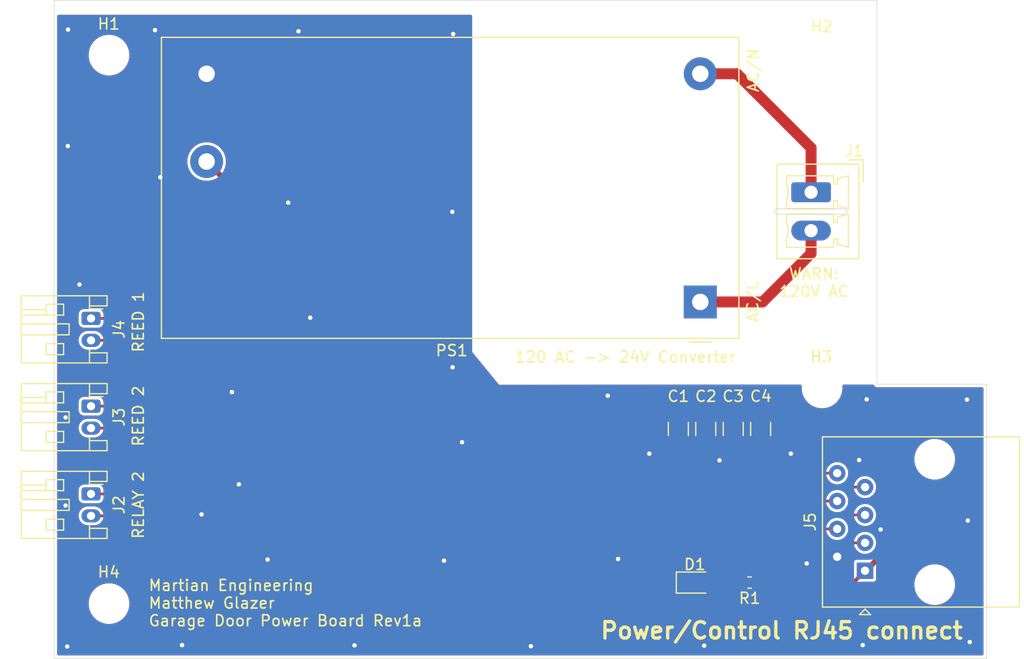
<source format=kicad_pcb>
(kicad_pcb (version 20171130) (host pcbnew "(5.1.5)-3")

  (general
    (thickness 1.6)
    (drawings 17)
    (tracks 85)
    (zones 0)
    (modules 16)
    (nets 12)
  )

  (page A4)
  (layers
    (0 F.Cu signal)
    (31 B.Cu signal)
    (32 B.Adhes user)
    (33 F.Adhes user)
    (34 B.Paste user)
    (35 F.Paste user)
    (36 B.SilkS user)
    (37 F.SilkS user)
    (38 B.Mask user)
    (39 F.Mask user)
    (40 Dwgs.User user)
    (41 Cmts.User user)
    (42 Eco1.User user)
    (43 Eco2.User user)
    (44 Edge.Cuts user)
    (45 Margin user)
    (46 B.CrtYd user)
    (47 F.CrtYd user)
    (48 B.Fab user)
    (49 F.Fab user)
  )

  (setup
    (last_trace_width 0.25)
    (user_trace_width 0.35)
    (user_trace_width 0.5)
    (trace_clearance 0.2)
    (zone_clearance 0.254)
    (zone_45_only no)
    (trace_min 0.2)
    (via_size 0.8)
    (via_drill 0.4)
    (via_min_size 0.4)
    (via_min_drill 0.3)
    (uvia_size 0.3)
    (uvia_drill 0.1)
    (uvias_allowed no)
    (uvia_min_size 0.2)
    (uvia_min_drill 0.1)
    (edge_width 0.05)
    (segment_width 0.2)
    (pcb_text_width 0.3)
    (pcb_text_size 1.5 1.5)
    (mod_edge_width 0.12)
    (mod_text_size 1 1)
    (mod_text_width 0.15)
    (pad_size 1.524 1.524)
    (pad_drill 0.762)
    (pad_to_mask_clearance 0.051)
    (solder_mask_min_width 0.25)
    (aux_axis_origin 0 0)
    (visible_elements 7FFFFFFF)
    (pcbplotparams
      (layerselection 0x010fc_ffffffff)
      (usegerberextensions false)
      (usegerberattributes false)
      (usegerberadvancedattributes false)
      (creategerberjobfile false)
      (excludeedgelayer true)
      (linewidth 0.100000)
      (plotframeref false)
      (viasonmask false)
      (mode 1)
      (useauxorigin false)
      (hpglpennumber 1)
      (hpglpenspeed 20)
      (hpglpendiameter 15.000000)
      (psnegative false)
      (psa4output false)
      (plotreference true)
      (plotvalue true)
      (plotinvisibletext false)
      (padsonsilk false)
      (subtractmaskfromsilk false)
      (outputformat 1)
      (mirror false)
      (drillshape 0)
      (scaleselection 1)
      (outputdirectory "../Gerbers/PowerBoardGerbers/Rev1a/"))
  )

  (net 0 "")
  (net 1 GND)
  (net 2 +24V)
  (net 3 "Net-(D1-Pad2)")
  (net 4 "Net-(J1-Pad2)")
  (net 5 "Net-(J1-Pad1)")
  (net 6 /Relay_Output1)
  (net 7 /Relay_Output2)
  (net 8 /REED_SW2_IN)
  (net 9 /REED_SW2_GND)
  (net 10 /REED_SW1_IN)
  (net 11 /REED_SW1_GND)

  (net_class Default "This is the default net class."
    (clearance 0.2)
    (trace_width 0.25)
    (via_dia 0.8)
    (via_drill 0.4)
    (uvia_dia 0.3)
    (uvia_drill 0.1)
    (add_net +24V)
    (add_net /REED_SW1_GND)
    (add_net /REED_SW1_IN)
    (add_net /REED_SW2_GND)
    (add_net /REED_SW2_IN)
    (add_net /Relay_Output1)
    (add_net /Relay_Output2)
    (add_net GND)
    (add_net "Net-(D1-Pad2)")
    (add_net "Net-(J1-Pad1)")
    (add_net "Net-(J1-Pad2)")
  )

  (module MountingHole:MountingHole_3.2mm_M3 (layer F.Cu) (tedit 56D1B4CB) (tstamp 5EB3ACE5)
    (at 106.6 116.92)
    (descr "Mounting Hole 3.2mm, no annular, M3")
    (tags "mounting hole 3.2mm no annular m3")
    (path /5EB45056)
    (attr virtual)
    (fp_text reference H4 (at -0.0216 -2.874) (layer F.SilkS)
      (effects (font (size 1 1) (thickness 0.15)))
    )
    (fp_text value MountingHole (at 0 4.2) (layer F.Fab)
      (effects (font (size 1 1) (thickness 0.15)))
    )
    (fp_circle (center 0 0) (end 3.45 0) (layer F.CrtYd) (width 0.05))
    (fp_circle (center 0 0) (end 3.2 0) (layer Cmts.User) (width 0.15))
    (fp_text user %R (at 0.3 0) (layer F.Fab)
      (effects (font (size 1 1) (thickness 0.15)))
    )
    (pad 1 np_thru_hole circle (at 0 0) (size 3.2 3.2) (drill 3.2) (layers *.Cu *.Mask))
  )

  (module MountingHole:MountingHole_3.2mm_M3 (layer F.Cu) (tedit 56D1B4CB) (tstamp 5EB3ACDD)
    (at 171.6 97.2566)
    (descr "Mounting Hole 3.2mm, no annular, M3")
    (tags "mounting hole 3.2mm no annular m3")
    (path /5EB44CBA)
    (attr virtual)
    (fp_text reference H3 (at -0.0738 -2.8448) (layer F.SilkS)
      (effects (font (size 1 1) (thickness 0.15)))
    )
    (fp_text value MountingHole (at 0 4.2) (layer F.Fab)
      (effects (font (size 1 1) (thickness 0.15)))
    )
    (fp_circle (center 0 0) (end 3.45 0) (layer F.CrtYd) (width 0.05))
    (fp_circle (center 0 0) (end 3.2 0) (layer Cmts.User) (width 0.15))
    (fp_text user %R (at 0.3 0) (layer F.Fab)
      (effects (font (size 1 1) (thickness 0.15)))
    )
    (pad 1 np_thru_hole circle (at 0 0) (size 3.2 3.2) (drill 3.2) (layers *.Cu *.Mask))
  )

  (module MountingHole:MountingHole_3.2mm_M3 (layer F.Cu) (tedit 56D1B4CB) (tstamp 5EB3ACD5)
    (at 171.6 66.92)
    (descr "Mounting Hole 3.2mm, no annular, M3")
    (tags "mounting hole 3.2mm no annular m3")
    (path /5EB44A92)
    (attr virtual)
    (fp_text reference H2 (at -0.023 -2.6072) (layer F.SilkS)
      (effects (font (size 1 1) (thickness 0.15)))
    )
    (fp_text value MountingHole (at 0 4.2) (layer F.Fab)
      (effects (font (size 1 1) (thickness 0.15)))
    )
    (fp_circle (center 0 0) (end 3.45 0) (layer F.CrtYd) (width 0.05))
    (fp_circle (center 0 0) (end 3.2 0) (layer Cmts.User) (width 0.15))
    (fp_text user %R (at 0.3 0) (layer F.Fab)
      (effects (font (size 1 1) (thickness 0.15)))
    )
    (pad 1 np_thru_hole circle (at 0 0) (size 3.2 3.2) (drill 3.2) (layers *.Cu *.Mask))
  )

  (module MountingHole:MountingHole_3.2mm_M3 (layer F.Cu) (tedit 56D1B4CB) (tstamp 5EB3ACCD)
    (at 106.6 66.92)
    (descr "Mounting Hole 3.2mm, no annular, M3")
    (tags "mounting hole 3.2mm no annular m3")
    (path /5EB4431A)
    (attr virtual)
    (fp_text reference H1 (at -0.0216 -2.8358) (layer F.SilkS)
      (effects (font (size 1 1) (thickness 0.15)))
    )
    (fp_text value MountingHole (at 0 4.2) (layer F.Fab)
      (effects (font (size 1 1) (thickness 0.15)))
    )
    (fp_circle (center 0 0) (end 3.45 0) (layer F.CrtYd) (width 0.05))
    (fp_circle (center 0 0) (end 3.2 0) (layer Cmts.User) (width 0.15))
    (fp_text user %R (at 0.3 0) (layer F.Fab)
      (effects (font (size 1 1) (thickness 0.15)))
    )
    (pad 1 np_thru_hole circle (at 0 0) (size 3.2 3.2) (drill 3.2) (layers *.Cu *.Mask))
  )

  (module Resistor_SMD:R_0603_1608Metric (layer F.Cu) (tedit 5B301BBD) (tstamp 5EB14524)
    (at 165 115 180)
    (descr "Resistor SMD 0603 (1608 Metric), square (rectangular) end terminal, IPC_7351 nominal, (Body size source: http://www.tortai-tech.com/upload/download/2011102023233369053.pdf), generated with kicad-footprint-generator")
    (tags resistor)
    (path /5EB412D0)
    (attr smd)
    (fp_text reference R1 (at 0 -1.43) (layer F.SilkS)
      (effects (font (size 1 1) (thickness 0.15)))
    )
    (fp_text value 4.7K (at 0 1.43) (layer F.Fab)
      (effects (font (size 1 1) (thickness 0.15)))
    )
    (fp_text user %R (at 0 0) (layer F.Fab)
      (effects (font (size 0.4 0.4) (thickness 0.06)))
    )
    (fp_line (start 1.48 0.73) (end -1.48 0.73) (layer F.CrtYd) (width 0.05))
    (fp_line (start 1.48 -0.73) (end 1.48 0.73) (layer F.CrtYd) (width 0.05))
    (fp_line (start -1.48 -0.73) (end 1.48 -0.73) (layer F.CrtYd) (width 0.05))
    (fp_line (start -1.48 0.73) (end -1.48 -0.73) (layer F.CrtYd) (width 0.05))
    (fp_line (start -0.162779 0.51) (end 0.162779 0.51) (layer F.SilkS) (width 0.12))
    (fp_line (start -0.162779 -0.51) (end 0.162779 -0.51) (layer F.SilkS) (width 0.12))
    (fp_line (start 0.8 0.4) (end -0.8 0.4) (layer F.Fab) (width 0.1))
    (fp_line (start 0.8 -0.4) (end 0.8 0.4) (layer F.Fab) (width 0.1))
    (fp_line (start -0.8 -0.4) (end 0.8 -0.4) (layer F.Fab) (width 0.1))
    (fp_line (start -0.8 0.4) (end -0.8 -0.4) (layer F.Fab) (width 0.1))
    (pad 2 smd roundrect (at 0.7875 0 180) (size 0.875 0.95) (layers F.Cu F.Paste F.Mask) (roundrect_rratio 0.25)
      (net 3 "Net-(D1-Pad2)"))
    (pad 1 smd roundrect (at -0.7875 0 180) (size 0.875 0.95) (layers F.Cu F.Paste F.Mask) (roundrect_rratio 0.25)
      (net 2 +24V))
    (model ${KISYS3DMOD}/Resistor_SMD.3dshapes/R_0603_1608Metric.wrl
      (at (xyz 0 0 0))
      (scale (xyz 1 1 1))
      (rotate (xyz 0 0 0))
    )
  )

  (module Converter_ACDC:Converter_ACDC_MeanWell_IRM-20-xx_THT (layer F.Cu) (tedit 59FD95D5) (tstamp 5EB14513)
    (at 160.5 89.42 180)
    (descr "ACDC-Converter, 20W, Meanwell, IRM-20, THT http://www.meanwell.com/webapp/product/search.aspx?prod=IRM-20")
    (tags "ACDC-Converter 20W   Meanwell IRM-20")
    (path /5EAF115D)
    (fp_text reference PS1 (at 22.6542 -4.433) (layer F.SilkS)
      (effects (font (size 1 1) (thickness 0.15)))
    )
    (fp_text value IRM-20-24 (at 22.5 25) (layer F.Fab)
      (effects (font (size 1 1) (thickness 0.15)))
    )
    (fp_line (start 1 -3.2) (end 0 -2.2) (layer F.Fab) (width 0.1))
    (fp_line (start 0 -2.2) (end -1 -3.2) (layer F.Fab) (width 0.1))
    (fp_line (start -1 -3.2) (end -3.4 -3.2) (layer F.Fab) (width 0.1))
    (fp_line (start 49.25 -3.45) (end 49.25 24.25) (layer F.CrtYd) (width 0.05))
    (fp_line (start -3.65 -3.45) (end 49.25 -3.45) (layer F.CrtYd) (width 0.05))
    (fp_line (start -3.65 24.25) (end 49.25 24.25) (layer F.CrtYd) (width 0.05))
    (fp_line (start 49 -3.2) (end 49 24) (layer F.Fab) (width 0.1))
    (fp_line (start -3.52 -3.32) (end -3.52 24.12) (layer F.SilkS) (width 0.12))
    (fp_line (start -3.52 24.12) (end 49.12 24.12) (layer F.SilkS) (width 0.12))
    (fp_line (start -3.4 -3.2) (end -3.4 24) (layer F.Fab) (width 0.1))
    (fp_text user %R (at 22.5 10.4) (layer F.Fab)
      (effects (font (size 1 1) (thickness 0.15)))
    )
    (fp_line (start -3.65 -3.45) (end -3.65 24.25) (layer F.CrtYd) (width 0.05))
    (fp_line (start 49 -3.2) (end 1 -3.2) (layer F.Fab) (width 0.1))
    (fp_line (start -3.4 24) (end 49 24) (layer F.Fab) (width 0.1))
    (fp_line (start -3.52 -3.32) (end 49.12 -3.32) (layer F.SilkS) (width 0.12))
    (fp_line (start 49.12 -3.32) (end 49.12 24.12) (layer F.SilkS) (width 0.12))
    (fp_line (start 1 -3.65) (end -1 -3.65) (layer F.SilkS) (width 0.12))
    (pad 1 thru_hole rect (at 0 0 180) (size 3 3) (drill 1.5) (layers *.Cu *.Mask)
      (net 4 "Net-(J1-Pad2)"))
    (pad 4 thru_hole circle (at 45 12.8 180) (size 3 3) (drill 1.5) (layers *.Cu *.Mask)
      (net 2 +24V))
    (pad 2 thru_hole circle (at 0 20.8 180) (size 3 3) (drill 1.5) (layers *.Cu *.Mask)
      (net 5 "Net-(J1-Pad1)"))
    (pad 3 thru_hole circle (at 45 20.8 180) (size 3 3) (drill 1.5) (layers *.Cu *.Mask)
      (net 1 GND))
    (model ${KISYS3DMOD}/Converter_ACDC.3dshapes/Converter_ACDC_MeanWell_IRM-20-xx_THT.wrl
      (at (xyz 0 0 0))
      (scale (xyz 1 1 1))
      (rotate (xyz 0 0 0))
    )
  )

  (module Connector_RJ:RJ45_Amphenol_54602-x08_Horizontal (layer F.Cu) (tedit 5B103613) (tstamp 5EB144FA)
    (at 175.52 113.92 90)
    (descr "8 Pol Shallow Latch Connector, Modjack, RJ45 (https://cdn.amphenol-icc.com/media/wysiwyg/files/drawing/c-bmj-0102.pdf)")
    (tags RJ45)
    (path /5EAF7510)
    (fp_text reference J5 (at 4.445 -5 90) (layer F.SilkS)
      (effects (font (size 1 1) (thickness 0.15)))
    )
    (fp_text value RJ45 (at 4.445 4 90) (layer F.Fab)
      (effects (font (size 1 1) (thickness 0.15)))
    )
    (fp_line (start 12.6 14.47) (end -3.71 14.47) (layer F.CrtYd) (width 0.05))
    (fp_line (start 12.6 14.47) (end 12.6 -4.27) (layer F.CrtYd) (width 0.05))
    (fp_line (start -3.71 -4.27) (end -3.71 14.47) (layer F.CrtYd) (width 0.05))
    (fp_line (start -3.71 -4.27) (end 12.6 -4.27) (layer F.CrtYd) (width 0.05))
    (fp_line (start -3.315 -3.88) (end -3.315 14.08) (layer F.SilkS) (width 0.12))
    (fp_line (start 12.205 -3.88) (end -3.315 -3.88) (layer F.SilkS) (width 0.12))
    (fp_line (start 12.205 -3.88) (end 12.205 14.08) (layer F.SilkS) (width 0.12))
    (fp_line (start -3.315 14.08) (end 12.205 14.08) (layer F.SilkS) (width 0.12))
    (fp_line (start -3.205 -2.77) (end -2.205 -3.77) (layer F.Fab) (width 0.12))
    (fp_line (start -2.205 -3.77) (end 12.095 -3.77) (layer F.Fab) (width 0.12))
    (fp_line (start 12.095 -3.77) (end 12.095 13.97) (layer F.Fab) (width 0.12))
    (fp_line (start 12.095 13.97) (end -3.205 13.97) (layer F.Fab) (width 0.12))
    (fp_line (start -3.205 13.97) (end -3.205 -2.77) (layer F.Fab) (width 0.12))
    (fp_line (start -3.5 0) (end -4 -0.5) (layer F.SilkS) (width 0.12))
    (fp_line (start -4 -0.5) (end -4 0.5) (layer F.SilkS) (width 0.12))
    (fp_line (start -4 0.5) (end -3.5 0) (layer F.SilkS) (width 0.12))
    (fp_text user %R (at 4.445 2 90) (layer F.Fab)
      (effects (font (size 1 1) (thickness 0.15)))
    )
    (pad 8 thru_hole circle (at 8.89 -2.54 90) (size 1.5 1.5) (drill 0.76) (layers *.Cu *.Mask)
      (net 11 /REED_SW1_GND))
    (pad 7 thru_hole circle (at 7.62 0 90) (size 1.5 1.5) (drill 0.76) (layers *.Cu *.Mask)
      (net 10 /REED_SW1_IN))
    (pad 6 thru_hole circle (at 6.35 -2.54 90) (size 1.5 1.5) (drill 0.76) (layers *.Cu *.Mask)
      (net 9 /REED_SW2_GND))
    (pad 5 thru_hole circle (at 5.08 0 90) (size 1.5 1.5) (drill 0.76) (layers *.Cu *.Mask)
      (net 8 /REED_SW2_IN))
    (pad 4 thru_hole circle (at 3.81 -2.54 90) (size 1.5 1.5) (drill 0.76) (layers *.Cu *.Mask)
      (net 7 /Relay_Output2))
    (pad 3 thru_hole circle (at 2.54 0 90) (size 1.5 1.5) (drill 0.76) (layers *.Cu *.Mask)
      (net 6 /Relay_Output1))
    (pad 2 thru_hole circle (at 1.27 -2.54 90) (size 1.5 1.5) (drill 0.76) (layers *.Cu *.Mask)
      (net 1 GND))
    (pad 1 thru_hole rect (at 0 0 90) (size 1.5 1.5) (drill 0.76) (layers *.Cu *.Mask)
      (net 2 +24V))
    (pad "" np_thru_hole circle (at -1.27 6.35 90) (size 3.2 3.2) (drill 3.2) (layers *.Cu *.Mask))
    (pad "" np_thru_hole circle (at 10.16 6.35 90) (size 3.2 3.2) (drill 3.2) (layers *.Cu *.Mask))
    (model C:/Users/Matthew/Documents/GitHub/GarageDoorOpener/Hardware/Documentation/54602-908LFc.stp
      (offset (xyz 4.5 3.75 10.5))
      (scale (xyz 1 1 1))
      (rotate (xyz -90 0 -90))
    )
  )

  (module Connector_JST:JST_PH_S2B-PH-K_1x02_P2.00mm_Horizontal (layer F.Cu) (tedit 5B7745C6) (tstamp 5EB144DB)
    (at 104.9628 90.92 270)
    (descr "JST PH series connector, S2B-PH-K (http://www.jst-mfg.com/product/pdf/eng/ePH.pdf), generated with kicad-footprint-generator")
    (tags "connector JST PH top entry")
    (path /5EB0E3B4)
    (fp_text reference J4 (at 1 -2.55 90) (layer F.SilkS)
      (effects (font (size 1 1) (thickness 0.15)))
    )
    (fp_text value JST-PH2 (at 1 7.45 90) (layer F.Fab)
      (effects (font (size 1 1) (thickness 0.15)))
    )
    (fp_text user %R (at 1 2.5 90) (layer F.Fab)
      (effects (font (size 1 1) (thickness 0.15)))
    )
    (fp_line (start 0.5 1.375) (end 0 0.875) (layer F.Fab) (width 0.1))
    (fp_line (start -0.5 1.375) (end 0.5 1.375) (layer F.Fab) (width 0.1))
    (fp_line (start 0 0.875) (end -0.5 1.375) (layer F.Fab) (width 0.1))
    (fp_line (start -0.86 0.14) (end -0.86 -1.075) (layer F.SilkS) (width 0.12))
    (fp_line (start 3.25 0.25) (end -1.25 0.25) (layer F.Fab) (width 0.1))
    (fp_line (start 3.25 -1.35) (end 3.25 0.25) (layer F.Fab) (width 0.1))
    (fp_line (start 3.95 -1.35) (end 3.25 -1.35) (layer F.Fab) (width 0.1))
    (fp_line (start 3.95 6.25) (end 3.95 -1.35) (layer F.Fab) (width 0.1))
    (fp_line (start -1.95 6.25) (end 3.95 6.25) (layer F.Fab) (width 0.1))
    (fp_line (start -1.95 -1.35) (end -1.95 6.25) (layer F.Fab) (width 0.1))
    (fp_line (start -1.25 -1.35) (end -1.95 -1.35) (layer F.Fab) (width 0.1))
    (fp_line (start -1.25 0.25) (end -1.25 -1.35) (layer F.Fab) (width 0.1))
    (fp_line (start 4.45 -1.85) (end -2.45 -1.85) (layer F.CrtYd) (width 0.05))
    (fp_line (start 4.45 6.75) (end 4.45 -1.85) (layer F.CrtYd) (width 0.05))
    (fp_line (start -2.45 6.75) (end 4.45 6.75) (layer F.CrtYd) (width 0.05))
    (fp_line (start -2.45 -1.85) (end -2.45 6.75) (layer F.CrtYd) (width 0.05))
    (fp_line (start -0.8 4.1) (end -0.8 6.36) (layer F.SilkS) (width 0.12))
    (fp_line (start -0.3 4.1) (end -0.3 6.36) (layer F.SilkS) (width 0.12))
    (fp_line (start 2.3 2.5) (end 3.3 2.5) (layer F.SilkS) (width 0.12))
    (fp_line (start 2.3 4.1) (end 2.3 2.5) (layer F.SilkS) (width 0.12))
    (fp_line (start 3.3 4.1) (end 2.3 4.1) (layer F.SilkS) (width 0.12))
    (fp_line (start 3.3 2.5) (end 3.3 4.1) (layer F.SilkS) (width 0.12))
    (fp_line (start -0.3 2.5) (end -1.3 2.5) (layer F.SilkS) (width 0.12))
    (fp_line (start -0.3 4.1) (end -0.3 2.5) (layer F.SilkS) (width 0.12))
    (fp_line (start -1.3 4.1) (end -0.3 4.1) (layer F.SilkS) (width 0.12))
    (fp_line (start -1.3 2.5) (end -1.3 4.1) (layer F.SilkS) (width 0.12))
    (fp_line (start 4.06 0.14) (end 3.14 0.14) (layer F.SilkS) (width 0.12))
    (fp_line (start -2.06 0.14) (end -1.14 0.14) (layer F.SilkS) (width 0.12))
    (fp_line (start 1.5 2) (end 1.5 6.36) (layer F.SilkS) (width 0.12))
    (fp_line (start 0.5 2) (end 1.5 2) (layer F.SilkS) (width 0.12))
    (fp_line (start 0.5 6.36) (end 0.5 2) (layer F.SilkS) (width 0.12))
    (fp_line (start 3.14 0.14) (end 2.86 0.14) (layer F.SilkS) (width 0.12))
    (fp_line (start 3.14 -1.46) (end 3.14 0.14) (layer F.SilkS) (width 0.12))
    (fp_line (start 4.06 -1.46) (end 3.14 -1.46) (layer F.SilkS) (width 0.12))
    (fp_line (start 4.06 6.36) (end 4.06 -1.46) (layer F.SilkS) (width 0.12))
    (fp_line (start -2.06 6.36) (end 4.06 6.36) (layer F.SilkS) (width 0.12))
    (fp_line (start -2.06 -1.46) (end -2.06 6.36) (layer F.SilkS) (width 0.12))
    (fp_line (start -1.14 -1.46) (end -2.06 -1.46) (layer F.SilkS) (width 0.12))
    (fp_line (start -1.14 0.14) (end -1.14 -1.46) (layer F.SilkS) (width 0.12))
    (fp_line (start -0.86 0.14) (end -1.14 0.14) (layer F.SilkS) (width 0.12))
    (pad 2 thru_hole oval (at 2 0 270) (size 1.2 1.75) (drill 0.75) (layers *.Cu *.Mask)
      (net 10 /REED_SW1_IN))
    (pad 1 thru_hole roundrect (at 0 0 270) (size 1.2 1.75) (drill 0.75) (layers *.Cu *.Mask) (roundrect_rratio 0.208333)
      (net 11 /REED_SW1_GND))
    (model ${KISYS3DMOD}/Connector_JST.3dshapes/JST_PH_S2B-PH-K_1x02_P2.00mm_Horizontal.wrl
      (at (xyz 0 0 0))
      (scale (xyz 1 1 1))
      (rotate (xyz 0 0 0))
    )
  )

  (module Connector_JST:JST_PH_S2B-PH-K_1x02_P2.00mm_Horizontal (layer F.Cu) (tedit 5B7745C6) (tstamp 5EB144AC)
    (at 104.9628 98.92 270)
    (descr "JST PH series connector, S2B-PH-K (http://www.jst-mfg.com/product/pdf/eng/ePH.pdf), generated with kicad-footprint-generator")
    (tags "connector JST PH top entry")
    (path /5EB0B896)
    (fp_text reference J3 (at 1 -2.55 90) (layer F.SilkS)
      (effects (font (size 1 1) (thickness 0.15)))
    )
    (fp_text value JST-PH2 (at 1 7.45 90) (layer F.Fab)
      (effects (font (size 1 1) (thickness 0.15)))
    )
    (fp_text user %R (at 1 2.5 90) (layer F.Fab)
      (effects (font (size 1 1) (thickness 0.15)))
    )
    (fp_line (start 0.5 1.375) (end 0 0.875) (layer F.Fab) (width 0.1))
    (fp_line (start -0.5 1.375) (end 0.5 1.375) (layer F.Fab) (width 0.1))
    (fp_line (start 0 0.875) (end -0.5 1.375) (layer F.Fab) (width 0.1))
    (fp_line (start -0.86 0.14) (end -0.86 -1.075) (layer F.SilkS) (width 0.12))
    (fp_line (start 3.25 0.25) (end -1.25 0.25) (layer F.Fab) (width 0.1))
    (fp_line (start 3.25 -1.35) (end 3.25 0.25) (layer F.Fab) (width 0.1))
    (fp_line (start 3.95 -1.35) (end 3.25 -1.35) (layer F.Fab) (width 0.1))
    (fp_line (start 3.95 6.25) (end 3.95 -1.35) (layer F.Fab) (width 0.1))
    (fp_line (start -1.95 6.25) (end 3.95 6.25) (layer F.Fab) (width 0.1))
    (fp_line (start -1.95 -1.35) (end -1.95 6.25) (layer F.Fab) (width 0.1))
    (fp_line (start -1.25 -1.35) (end -1.95 -1.35) (layer F.Fab) (width 0.1))
    (fp_line (start -1.25 0.25) (end -1.25 -1.35) (layer F.Fab) (width 0.1))
    (fp_line (start 4.45 -1.85) (end -2.45 -1.85) (layer F.CrtYd) (width 0.05))
    (fp_line (start 4.45 6.75) (end 4.45 -1.85) (layer F.CrtYd) (width 0.05))
    (fp_line (start -2.45 6.75) (end 4.45 6.75) (layer F.CrtYd) (width 0.05))
    (fp_line (start -2.45 -1.85) (end -2.45 6.75) (layer F.CrtYd) (width 0.05))
    (fp_line (start -0.8 4.1) (end -0.8 6.36) (layer F.SilkS) (width 0.12))
    (fp_line (start -0.3 4.1) (end -0.3 6.36) (layer F.SilkS) (width 0.12))
    (fp_line (start 2.3 2.5) (end 3.3 2.5) (layer F.SilkS) (width 0.12))
    (fp_line (start 2.3 4.1) (end 2.3 2.5) (layer F.SilkS) (width 0.12))
    (fp_line (start 3.3 4.1) (end 2.3 4.1) (layer F.SilkS) (width 0.12))
    (fp_line (start 3.3 2.5) (end 3.3 4.1) (layer F.SilkS) (width 0.12))
    (fp_line (start -0.3 2.5) (end -1.3 2.5) (layer F.SilkS) (width 0.12))
    (fp_line (start -0.3 4.1) (end -0.3 2.5) (layer F.SilkS) (width 0.12))
    (fp_line (start -1.3 4.1) (end -0.3 4.1) (layer F.SilkS) (width 0.12))
    (fp_line (start -1.3 2.5) (end -1.3 4.1) (layer F.SilkS) (width 0.12))
    (fp_line (start 4.06 0.14) (end 3.14 0.14) (layer F.SilkS) (width 0.12))
    (fp_line (start -2.06 0.14) (end -1.14 0.14) (layer F.SilkS) (width 0.12))
    (fp_line (start 1.5 2) (end 1.5 6.36) (layer F.SilkS) (width 0.12))
    (fp_line (start 0.5 2) (end 1.5 2) (layer F.SilkS) (width 0.12))
    (fp_line (start 0.5 6.36) (end 0.5 2) (layer F.SilkS) (width 0.12))
    (fp_line (start 3.14 0.14) (end 2.86 0.14) (layer F.SilkS) (width 0.12))
    (fp_line (start 3.14 -1.46) (end 3.14 0.14) (layer F.SilkS) (width 0.12))
    (fp_line (start 4.06 -1.46) (end 3.14 -1.46) (layer F.SilkS) (width 0.12))
    (fp_line (start 4.06 6.36) (end 4.06 -1.46) (layer F.SilkS) (width 0.12))
    (fp_line (start -2.06 6.36) (end 4.06 6.36) (layer F.SilkS) (width 0.12))
    (fp_line (start -2.06 -1.46) (end -2.06 6.36) (layer F.SilkS) (width 0.12))
    (fp_line (start -1.14 -1.46) (end -2.06 -1.46) (layer F.SilkS) (width 0.12))
    (fp_line (start -1.14 0.14) (end -1.14 -1.46) (layer F.SilkS) (width 0.12))
    (fp_line (start -0.86 0.14) (end -1.14 0.14) (layer F.SilkS) (width 0.12))
    (pad 2 thru_hole oval (at 2 0 270) (size 1.2 1.75) (drill 0.75) (layers *.Cu *.Mask)
      (net 8 /REED_SW2_IN))
    (pad 1 thru_hole roundrect (at 0 0 270) (size 1.2 1.75) (drill 0.75) (layers *.Cu *.Mask) (roundrect_rratio 0.208333)
      (net 9 /REED_SW2_GND))
    (model ${KISYS3DMOD}/Connector_JST.3dshapes/JST_PH_S2B-PH-K_1x02_P2.00mm_Horizontal.wrl
      (at (xyz 0 0 0))
      (scale (xyz 1 1 1))
      (rotate (xyz 0 0 0))
    )
  )

  (module Connector_JST:JST_PH_S2B-PH-K_1x02_P2.00mm_Horizontal (layer F.Cu) (tedit 5B7745C6) (tstamp 5EB1447D)
    (at 104.9628 106.92 270)
    (descr "JST PH series connector, S2B-PH-K (http://www.jst-mfg.com/product/pdf/eng/ePH.pdf), generated with kicad-footprint-generator")
    (tags "connector JST PH top entry")
    (path /5EB0C691)
    (fp_text reference J2 (at 1 -2.55 90) (layer F.SilkS)
      (effects (font (size 1 1) (thickness 0.15)))
    )
    (fp_text value JST-PH2 (at 1 7.45 90) (layer F.Fab)
      (effects (font (size 1 1) (thickness 0.15)))
    )
    (fp_text user %R (at 1 2.5 90) (layer F.Fab)
      (effects (font (size 1 1) (thickness 0.15)))
    )
    (fp_line (start 0.5 1.375) (end 0 0.875) (layer F.Fab) (width 0.1))
    (fp_line (start -0.5 1.375) (end 0.5 1.375) (layer F.Fab) (width 0.1))
    (fp_line (start 0 0.875) (end -0.5 1.375) (layer F.Fab) (width 0.1))
    (fp_line (start -0.86 0.14) (end -0.86 -1.075) (layer F.SilkS) (width 0.12))
    (fp_line (start 3.25 0.25) (end -1.25 0.25) (layer F.Fab) (width 0.1))
    (fp_line (start 3.25 -1.35) (end 3.25 0.25) (layer F.Fab) (width 0.1))
    (fp_line (start 3.95 -1.35) (end 3.25 -1.35) (layer F.Fab) (width 0.1))
    (fp_line (start 3.95 6.25) (end 3.95 -1.35) (layer F.Fab) (width 0.1))
    (fp_line (start -1.95 6.25) (end 3.95 6.25) (layer F.Fab) (width 0.1))
    (fp_line (start -1.95 -1.35) (end -1.95 6.25) (layer F.Fab) (width 0.1))
    (fp_line (start -1.25 -1.35) (end -1.95 -1.35) (layer F.Fab) (width 0.1))
    (fp_line (start -1.25 0.25) (end -1.25 -1.35) (layer F.Fab) (width 0.1))
    (fp_line (start 4.45 -1.85) (end -2.45 -1.85) (layer F.CrtYd) (width 0.05))
    (fp_line (start 4.45 6.75) (end 4.45 -1.85) (layer F.CrtYd) (width 0.05))
    (fp_line (start -2.45 6.75) (end 4.45 6.75) (layer F.CrtYd) (width 0.05))
    (fp_line (start -2.45 -1.85) (end -2.45 6.75) (layer F.CrtYd) (width 0.05))
    (fp_line (start -0.8 4.1) (end -0.8 6.36) (layer F.SilkS) (width 0.12))
    (fp_line (start -0.3 4.1) (end -0.3 6.36) (layer F.SilkS) (width 0.12))
    (fp_line (start 2.3 2.5) (end 3.3 2.5) (layer F.SilkS) (width 0.12))
    (fp_line (start 2.3 4.1) (end 2.3 2.5) (layer F.SilkS) (width 0.12))
    (fp_line (start 3.3 4.1) (end 2.3 4.1) (layer F.SilkS) (width 0.12))
    (fp_line (start 3.3 2.5) (end 3.3 4.1) (layer F.SilkS) (width 0.12))
    (fp_line (start -0.3 2.5) (end -1.3 2.5) (layer F.SilkS) (width 0.12))
    (fp_line (start -0.3 4.1) (end -0.3 2.5) (layer F.SilkS) (width 0.12))
    (fp_line (start -1.3 4.1) (end -0.3 4.1) (layer F.SilkS) (width 0.12))
    (fp_line (start -1.3 2.5) (end -1.3 4.1) (layer F.SilkS) (width 0.12))
    (fp_line (start 4.06 0.14) (end 3.14 0.14) (layer F.SilkS) (width 0.12))
    (fp_line (start -2.06 0.14) (end -1.14 0.14) (layer F.SilkS) (width 0.12))
    (fp_line (start 1.5 2) (end 1.5 6.36) (layer F.SilkS) (width 0.12))
    (fp_line (start 0.5 2) (end 1.5 2) (layer F.SilkS) (width 0.12))
    (fp_line (start 0.5 6.36) (end 0.5 2) (layer F.SilkS) (width 0.12))
    (fp_line (start 3.14 0.14) (end 2.86 0.14) (layer F.SilkS) (width 0.12))
    (fp_line (start 3.14 -1.46) (end 3.14 0.14) (layer F.SilkS) (width 0.12))
    (fp_line (start 4.06 -1.46) (end 3.14 -1.46) (layer F.SilkS) (width 0.12))
    (fp_line (start 4.06 6.36) (end 4.06 -1.46) (layer F.SilkS) (width 0.12))
    (fp_line (start -2.06 6.36) (end 4.06 6.36) (layer F.SilkS) (width 0.12))
    (fp_line (start -2.06 -1.46) (end -2.06 6.36) (layer F.SilkS) (width 0.12))
    (fp_line (start -1.14 -1.46) (end -2.06 -1.46) (layer F.SilkS) (width 0.12))
    (fp_line (start -1.14 0.14) (end -1.14 -1.46) (layer F.SilkS) (width 0.12))
    (fp_line (start -0.86 0.14) (end -1.14 0.14) (layer F.SilkS) (width 0.12))
    (pad 2 thru_hole oval (at 2 0 270) (size 1.2 1.75) (drill 0.75) (layers *.Cu *.Mask)
      (net 6 /Relay_Output1))
    (pad 1 thru_hole roundrect (at 0 0 270) (size 1.2 1.75) (drill 0.75) (layers *.Cu *.Mask) (roundrect_rratio 0.208333)
      (net 7 /Relay_Output2))
    (model ${KISYS3DMOD}/Connector_JST.3dshapes/JST_PH_S2B-PH-K_1x02_P2.00mm_Horizontal.wrl
      (at (xyz 0 0 0))
      (scale (xyz 1 1 1))
      (rotate (xyz 0 0 0))
    )
  )

  (module Connector_Phoenix_MC:PhoenixContact_MCV_1,5_2-G-3.5_1x02_P3.50mm_Vertical (layer F.Cu) (tedit 5B784ED0) (tstamp 5EB1444E)
    (at 170.6 79.42 270)
    (descr "Generic Phoenix Contact connector footprint for: MCV_1,5/2-G-3.5; number of pins: 02; pin pitch: 3.50mm; Vertical || order number: 1843606 8A 160V")
    (tags "phoenix_contact connector MCV_01x02_G_3.5mm")
    (path /5EAF2C18)
    (fp_text reference J1 (at -3.7788 -3.9234 180) (layer F.SilkS)
      (effects (font (size 1 1) (thickness 0.15)))
    )
    (fp_text value 1984617 (at 1.75 4.2 90) (layer F.Fab)
      (effects (font (size 1 1) (thickness 0.15)))
    )
    (fp_text user %R (at 1.75 -3.55 90) (layer F.Fab)
      (effects (font (size 1 1) (thickness 0.15)))
    )
    (fp_line (start -2.95 -4.75) (end -0.95 -4.75) (layer F.Fab) (width 0.1))
    (fp_line (start -2.95 -3.5) (end -2.95 -4.75) (layer F.Fab) (width 0.1))
    (fp_line (start -2.95 -4.75) (end -0.95 -4.75) (layer F.SilkS) (width 0.12))
    (fp_line (start -2.95 -3.5) (end -2.95 -4.75) (layer F.SilkS) (width 0.12))
    (fp_line (start 6.45 -4.75) (end -2.95 -4.75) (layer F.CrtYd) (width 0.05))
    (fp_line (start 6.45 3.5) (end 6.45 -4.75) (layer F.CrtYd) (width 0.05))
    (fp_line (start -2.95 3.5) (end 6.45 3.5) (layer F.CrtYd) (width 0.05))
    (fp_line (start -2.95 -4.75) (end -2.95 3.5) (layer F.CrtYd) (width 0.05))
    (fp_line (start 5 2.25) (end 4.25 2.25) (layer F.SilkS) (width 0.12))
    (fp_line (start 5 -2.05) (end 5 2.25) (layer F.SilkS) (width 0.12))
    (fp_line (start 4.25 -2.05) (end 5 -2.05) (layer F.SilkS) (width 0.12))
    (fp_line (start 4.25 -2.4) (end 4.25 -2.05) (layer F.SilkS) (width 0.12))
    (fp_line (start 4.75 -2.4) (end 4.25 -2.4) (layer F.SilkS) (width 0.12))
    (fp_line (start 5 -3.4) (end 4.75 -2.4) (layer F.SilkS) (width 0.12))
    (fp_line (start 2 -3.4) (end 5 -3.4) (layer F.SilkS) (width 0.12))
    (fp_line (start 2.25 -2.4) (end 2 -3.4) (layer F.SilkS) (width 0.12))
    (fp_line (start 2.75 -2.4) (end 2.25 -2.4) (layer F.SilkS) (width 0.12))
    (fp_line (start 2.75 -2.05) (end 2.75 -2.4) (layer F.SilkS) (width 0.12))
    (fp_line (start 2 -2.05) (end 2.75 -2.05) (layer F.SilkS) (width 0.12))
    (fp_line (start 2 2.25) (end 2 -2.05) (layer F.SilkS) (width 0.12))
    (fp_line (start 2.75 2.25) (end 2 2.25) (layer F.SilkS) (width 0.12))
    (fp_line (start 1.5 2.25) (end 0.75 2.25) (layer F.SilkS) (width 0.12))
    (fp_line (start 1.5 -2.05) (end 1.5 2.25) (layer F.SilkS) (width 0.12))
    (fp_line (start 0.75 -2.05) (end 1.5 -2.05) (layer F.SilkS) (width 0.12))
    (fp_line (start 0.75 -2.4) (end 0.75 -2.05) (layer F.SilkS) (width 0.12))
    (fp_line (start 1.25 -2.4) (end 0.75 -2.4) (layer F.SilkS) (width 0.12))
    (fp_line (start 1.5 -3.4) (end 1.25 -2.4) (layer F.SilkS) (width 0.12))
    (fp_line (start -1.5 -3.4) (end 1.5 -3.4) (layer F.SilkS) (width 0.12))
    (fp_line (start -1.25 -2.4) (end -1.5 -3.4) (layer F.SilkS) (width 0.12))
    (fp_line (start -0.75 -2.4) (end -1.25 -2.4) (layer F.SilkS) (width 0.12))
    (fp_line (start -0.75 -2.05) (end -0.75 -2.4) (layer F.SilkS) (width 0.12))
    (fp_line (start -1.5 -2.05) (end -0.75 -2.05) (layer F.SilkS) (width 0.12))
    (fp_line (start -1.5 2.25) (end -1.5 -2.05) (layer F.SilkS) (width 0.12))
    (fp_line (start -0.75 2.25) (end -1.5 2.25) (layer F.SilkS) (width 0.12))
    (fp_line (start 5.95 -4.25) (end -2.45 -4.25) (layer F.Fab) (width 0.1))
    (fp_line (start 5.95 3) (end 5.95 -4.25) (layer F.Fab) (width 0.1))
    (fp_line (start -2.45 3) (end 5.95 3) (layer F.Fab) (width 0.1))
    (fp_line (start -2.45 -4.25) (end -2.45 3) (layer F.Fab) (width 0.1))
    (fp_line (start 6.06 -4.36) (end -2.56 -4.36) (layer F.SilkS) (width 0.12))
    (fp_line (start 6.06 3.11) (end 6.06 -4.36) (layer F.SilkS) (width 0.12))
    (fp_line (start -2.56 3.11) (end 6.06 3.11) (layer F.SilkS) (width 0.12))
    (fp_line (start -2.56 -4.36) (end -2.56 3.11) (layer F.SilkS) (width 0.12))
    (fp_arc (start 3.5 3.95) (end 2.75 2.25) (angle 47.6) (layer F.SilkS) (width 0.12))
    (fp_arc (start 0 3.95) (end -0.75 2.25) (angle 47.6) (layer F.SilkS) (width 0.12))
    (pad 2 thru_hole oval (at 3.5 0 270) (size 1.8 3.6) (drill 1.2) (layers *.Cu *.Mask)
      (net 4 "Net-(J1-Pad2)"))
    (pad 1 thru_hole roundrect (at 0 0 270) (size 1.8 3.6) (drill 1.2) (layers *.Cu *.Mask) (roundrect_rratio 0.138889)
      (net 5 "Net-(J1-Pad1)"))
    (model ${KISYS3DMOD}/Connector_Phoenix_MC.3dshapes/PhoenixContact_MCV_1,5_2-G-3.5_1x02_P3.50mm_Vertical.wrl
      (at (xyz 0 0 0))
      (scale (xyz 1 1 1))
      (rotate (xyz 0 0 0))
    )
  )

  (module LED_SMD:LED_0805_2012Metric (layer F.Cu) (tedit 5B36C52C) (tstamp 5EB1441B)
    (at 160 115)
    (descr "LED SMD 0805 (2012 Metric), square (rectangular) end terminal, IPC_7351 nominal, (Body size source: https://docs.google.com/spreadsheets/d/1BsfQQcO9C6DZCsRaXUlFlo91Tg2WpOkGARC1WS5S8t0/edit?usp=sharing), generated with kicad-footprint-generator")
    (tags diode)
    (path /5EB42294)
    (attr smd)
    (fp_text reference D1 (at 0 -1.65) (layer F.SilkS)
      (effects (font (size 1 1) (thickness 0.15)))
    )
    (fp_text value "GREEN LED" (at 0 1.65) (layer F.Fab)
      (effects (font (size 1 1) (thickness 0.15)))
    )
    (fp_text user %R (at 0 0) (layer F.Fab)
      (effects (font (size 0.5 0.5) (thickness 0.08)))
    )
    (fp_line (start 1.68 0.95) (end -1.68 0.95) (layer F.CrtYd) (width 0.05))
    (fp_line (start 1.68 -0.95) (end 1.68 0.95) (layer F.CrtYd) (width 0.05))
    (fp_line (start -1.68 -0.95) (end 1.68 -0.95) (layer F.CrtYd) (width 0.05))
    (fp_line (start -1.68 0.95) (end -1.68 -0.95) (layer F.CrtYd) (width 0.05))
    (fp_line (start -1.685 0.96) (end 1 0.96) (layer F.SilkS) (width 0.12))
    (fp_line (start -1.685 -0.96) (end -1.685 0.96) (layer F.SilkS) (width 0.12))
    (fp_line (start 1 -0.96) (end -1.685 -0.96) (layer F.SilkS) (width 0.12))
    (fp_line (start 1 0.6) (end 1 -0.6) (layer F.Fab) (width 0.1))
    (fp_line (start -1 0.6) (end 1 0.6) (layer F.Fab) (width 0.1))
    (fp_line (start -1 -0.3) (end -1 0.6) (layer F.Fab) (width 0.1))
    (fp_line (start -0.7 -0.6) (end -1 -0.3) (layer F.Fab) (width 0.1))
    (fp_line (start 1 -0.6) (end -0.7 -0.6) (layer F.Fab) (width 0.1))
    (pad 2 smd roundrect (at 0.9375 0) (size 0.975 1.4) (layers F.Cu F.Paste F.Mask) (roundrect_rratio 0.25)
      (net 3 "Net-(D1-Pad2)"))
    (pad 1 smd roundrect (at -0.9375 0) (size 0.975 1.4) (layers F.Cu F.Paste F.Mask) (roundrect_rratio 0.25)
      (net 1 GND))
    (model ${KISYS3DMOD}/LED_SMD.3dshapes/LED_0805_2012Metric.wrl
      (at (xyz 0 0 0))
      (scale (xyz 1 1 1))
      (rotate (xyz 0 0 0))
    )
  )

  (module Capacitor_SMD:C_1206_3216Metric (layer F.Cu) (tedit 5B301BBE) (tstamp 5EB14408)
    (at 166 101 270)
    (descr "Capacitor SMD 1206 (3216 Metric), square (rectangular) end terminal, IPC_7351 nominal, (Body size source: http://www.tortai-tech.com/upload/download/2011102023233369053.pdf), generated with kicad-footprint-generator")
    (tags capacitor)
    (path /5EAFFB99)
    (attr smd)
    (fp_text reference C4 (at -2.9814 -0.0144 180) (layer F.SilkS)
      (effects (font (size 1 1) (thickness 0.15)))
    )
    (fp_text value "22uF 35V" (at 0 1.82 90) (layer F.Fab)
      (effects (font (size 1 1) (thickness 0.15)))
    )
    (fp_text user %R (at 0 0 90) (layer F.Fab)
      (effects (font (size 0.8 0.8) (thickness 0.12)))
    )
    (fp_line (start 2.28 1.12) (end -2.28 1.12) (layer F.CrtYd) (width 0.05))
    (fp_line (start 2.28 -1.12) (end 2.28 1.12) (layer F.CrtYd) (width 0.05))
    (fp_line (start -2.28 -1.12) (end 2.28 -1.12) (layer F.CrtYd) (width 0.05))
    (fp_line (start -2.28 1.12) (end -2.28 -1.12) (layer F.CrtYd) (width 0.05))
    (fp_line (start -0.602064 0.91) (end 0.602064 0.91) (layer F.SilkS) (width 0.12))
    (fp_line (start -0.602064 -0.91) (end 0.602064 -0.91) (layer F.SilkS) (width 0.12))
    (fp_line (start 1.6 0.8) (end -1.6 0.8) (layer F.Fab) (width 0.1))
    (fp_line (start 1.6 -0.8) (end 1.6 0.8) (layer F.Fab) (width 0.1))
    (fp_line (start -1.6 -0.8) (end 1.6 -0.8) (layer F.Fab) (width 0.1))
    (fp_line (start -1.6 0.8) (end -1.6 -0.8) (layer F.Fab) (width 0.1))
    (pad 2 smd roundrect (at 1.4 0 270) (size 1.25 1.75) (layers F.Cu F.Paste F.Mask) (roundrect_rratio 0.2)
      (net 1 GND))
    (pad 1 smd roundrect (at -1.4 0 270) (size 1.25 1.75) (layers F.Cu F.Paste F.Mask) (roundrect_rratio 0.2)
      (net 2 +24V))
    (model ${KISYS3DMOD}/Capacitor_SMD.3dshapes/C_1206_3216Metric.wrl
      (at (xyz 0 0 0))
      (scale (xyz 1 1 1))
      (rotate (xyz 0 0 0))
    )
  )

  (module Capacitor_SMD:C_1206_3216Metric (layer F.Cu) (tedit 5B301BBE) (tstamp 5EB143F7)
    (at 163.5 101 270)
    (descr "Capacitor SMD 1206 (3216 Metric), square (rectangular) end terminal, IPC_7351 nominal, (Body size source: http://www.tortai-tech.com/upload/download/2011102023233369053.pdf), generated with kicad-footprint-generator")
    (tags capacitor)
    (path /5EAFF7AE)
    (attr smd)
    (fp_text reference C3 (at -2.9814 0.0002 180) (layer F.SilkS)
      (effects (font (size 1 1) (thickness 0.15)))
    )
    (fp_text value "22uF 35V" (at 0 1.82 90) (layer F.Fab)
      (effects (font (size 1 1) (thickness 0.15)))
    )
    (fp_text user %R (at 0 0 90) (layer F.Fab)
      (effects (font (size 0.8 0.8) (thickness 0.12)))
    )
    (fp_line (start 2.28 1.12) (end -2.28 1.12) (layer F.CrtYd) (width 0.05))
    (fp_line (start 2.28 -1.12) (end 2.28 1.12) (layer F.CrtYd) (width 0.05))
    (fp_line (start -2.28 -1.12) (end 2.28 -1.12) (layer F.CrtYd) (width 0.05))
    (fp_line (start -2.28 1.12) (end -2.28 -1.12) (layer F.CrtYd) (width 0.05))
    (fp_line (start -0.602064 0.91) (end 0.602064 0.91) (layer F.SilkS) (width 0.12))
    (fp_line (start -0.602064 -0.91) (end 0.602064 -0.91) (layer F.SilkS) (width 0.12))
    (fp_line (start 1.6 0.8) (end -1.6 0.8) (layer F.Fab) (width 0.1))
    (fp_line (start 1.6 -0.8) (end 1.6 0.8) (layer F.Fab) (width 0.1))
    (fp_line (start -1.6 -0.8) (end 1.6 -0.8) (layer F.Fab) (width 0.1))
    (fp_line (start -1.6 0.8) (end -1.6 -0.8) (layer F.Fab) (width 0.1))
    (pad 2 smd roundrect (at 1.4 0 270) (size 1.25 1.75) (layers F.Cu F.Paste F.Mask) (roundrect_rratio 0.2)
      (net 1 GND))
    (pad 1 smd roundrect (at -1.4 0 270) (size 1.25 1.75) (layers F.Cu F.Paste F.Mask) (roundrect_rratio 0.2)
      (net 2 +24V))
    (model ${KISYS3DMOD}/Capacitor_SMD.3dshapes/C_1206_3216Metric.wrl
      (at (xyz 0 0 0))
      (scale (xyz 1 1 1))
      (rotate (xyz 0 0 0))
    )
  )

  (module Capacitor_SMD:C_1206_3216Metric (layer F.Cu) (tedit 5B301BBE) (tstamp 5EB143E6)
    (at 161 101 270)
    (descr "Capacitor SMD 1206 (3216 Metric), square (rectangular) end terminal, IPC_7351 nominal, (Body size source: http://www.tortai-tech.com/upload/download/2011102023233369053.pdf), generated with kicad-footprint-generator")
    (tags capacitor)
    (path /5EAFF350)
    (attr smd)
    (fp_text reference C2 (at -2.9814 -0.0106 180) (layer F.SilkS)
      (effects (font (size 1 1) (thickness 0.15)))
    )
    (fp_text value "22uF 35V" (at -0.2052 2.8516 90) (layer F.Fab)
      (effects (font (size 1 1) (thickness 0.15)))
    )
    (fp_text user %R (at 0 0 90) (layer F.Fab)
      (effects (font (size 0.8 0.8) (thickness 0.12)))
    )
    (fp_line (start 2.28 1.12) (end -2.28 1.12) (layer F.CrtYd) (width 0.05))
    (fp_line (start 2.28 -1.12) (end 2.28 1.12) (layer F.CrtYd) (width 0.05))
    (fp_line (start -2.28 -1.12) (end 2.28 -1.12) (layer F.CrtYd) (width 0.05))
    (fp_line (start -2.28 1.12) (end -2.28 -1.12) (layer F.CrtYd) (width 0.05))
    (fp_line (start -0.602064 0.91) (end 0.602064 0.91) (layer F.SilkS) (width 0.12))
    (fp_line (start -0.602064 -0.91) (end 0.602064 -0.91) (layer F.SilkS) (width 0.12))
    (fp_line (start 1.6 0.8) (end -1.6 0.8) (layer F.Fab) (width 0.1))
    (fp_line (start 1.6 -0.8) (end 1.6 0.8) (layer F.Fab) (width 0.1))
    (fp_line (start -1.6 -0.8) (end 1.6 -0.8) (layer F.Fab) (width 0.1))
    (fp_line (start -1.6 0.8) (end -1.6 -0.8) (layer F.Fab) (width 0.1))
    (pad 2 smd roundrect (at 1.4 0 270) (size 1.25 1.75) (layers F.Cu F.Paste F.Mask) (roundrect_rratio 0.2)
      (net 1 GND))
    (pad 1 smd roundrect (at -1.4 0 270) (size 1.25 1.75) (layers F.Cu F.Paste F.Mask) (roundrect_rratio 0.2)
      (net 2 +24V))
    (model ${KISYS3DMOD}/Capacitor_SMD.3dshapes/C_1206_3216Metric.wrl
      (at (xyz 0 0 0))
      (scale (xyz 1 1 1))
      (rotate (xyz 0 0 0))
    )
  )

  (module Capacitor_SMD:C_1206_3216Metric (layer F.Cu) (tedit 5B301BBE) (tstamp 5EB143D5)
    (at 158.5 101 270)
    (descr "Capacitor SMD 1206 (3216 Metric), square (rectangular) end terminal, IPC_7351 nominal, (Body size source: http://www.tortai-tech.com/upload/download/2011102023233369053.pdf), generated with kicad-footprint-generator")
    (tags capacitor)
    (path /5EAFE1C3)
    (attr smd)
    (fp_text reference C1 (at -2.9814 0.004 180) (layer F.SilkS)
      (effects (font (size 1 1) (thickness 0.15)))
    )
    (fp_text value "22uF 35V" (at 0 1.82 90) (layer F.Fab)
      (effects (font (size 1 1) (thickness 0.15)))
    )
    (fp_text user %R (at 0 0 90) (layer F.Fab)
      (effects (font (size 0.8 0.8) (thickness 0.12)))
    )
    (fp_line (start 2.28 1.12) (end -2.28 1.12) (layer F.CrtYd) (width 0.05))
    (fp_line (start 2.28 -1.12) (end 2.28 1.12) (layer F.CrtYd) (width 0.05))
    (fp_line (start -2.28 -1.12) (end 2.28 -1.12) (layer F.CrtYd) (width 0.05))
    (fp_line (start -2.28 1.12) (end -2.28 -1.12) (layer F.CrtYd) (width 0.05))
    (fp_line (start -0.602064 0.91) (end 0.602064 0.91) (layer F.SilkS) (width 0.12))
    (fp_line (start -0.602064 -0.91) (end 0.602064 -0.91) (layer F.SilkS) (width 0.12))
    (fp_line (start 1.6 0.8) (end -1.6 0.8) (layer F.Fab) (width 0.1))
    (fp_line (start 1.6 -0.8) (end 1.6 0.8) (layer F.Fab) (width 0.1))
    (fp_line (start -1.6 -0.8) (end 1.6 -0.8) (layer F.Fab) (width 0.1))
    (fp_line (start -1.6 0.8) (end -1.6 -0.8) (layer F.Fab) (width 0.1))
    (pad 2 smd roundrect (at 1.4 0 270) (size 1.25 1.75) (layers F.Cu F.Paste F.Mask) (roundrect_rratio 0.2)
      (net 1 GND))
    (pad 1 smd roundrect (at -1.4 0 270) (size 1.25 1.75) (layers F.Cu F.Paste F.Mask) (roundrect_rratio 0.2)
      (net 2 +24V))
    (model ${KISYS3DMOD}/Capacitor_SMD.3dshapes/C_1206_3216Metric.wrl
      (at (xyz 0 0 0))
      (scale (xyz 1 1 1))
      (rotate (xyz 0 0 0))
    )
  )

  (gr_text "Martian Engineering\nMatthew Glazer\nGarage Door Power Board Rev1a" (at 110.1344 116.8654) (layer F.SilkS)
    (effects (font (size 1 1) (thickness 0.15)) (justify left))
  )
  (gr_text AC/L (at 165.2778 89.408 90) (layer F.SilkS)
    (effects (font (size 1 1) (thickness 0.15)))
  )
  (gr_text AC/N (at 165.3286 68.3006 90) (layer F.SilkS)
    (effects (font (size 1 1) (thickness 0.15)))
  )
  (gr_text "WARN:\n120V AC" (at 170.8658 87.6554) (layer F.SilkS)
    (effects (font (size 1 1) (thickness 0.15)))
  )
  (gr_text "120 AC -> 24V Converter" (at 153.67 94.4372) (layer F.SilkS)
    (effects (font (size 1 1) (thickness 0.15)))
  )
  (gr_text "RELAY 2   REED 2    REED 1" (at 109.2708 99.7458 90) (layer F.SilkS)
    (effects (font (size 1 1) (thickness 0.15)))
  )
  (gr_text "Power/Control RJ45 connect" (at 167.9194 119.38) (layer F.SilkS)
    (effects (font (size 1.5 1.5) (thickness 0.3)))
  )
  (gr_line (start 173.6226 80.9244) (end 167.5226 80.9244) (layer Edge.Cuts) (width 0.05) (tstamp 5EB4DCA5))
  (gr_line (start 173.6226 81.4324) (end 167.5226 81.4324) (layer Edge.Cuts) (width 0.05))
  (gr_arc (start 167.5226 81.1784) (end 167.5226 80.9244) (angle -180) (layer Edge.Cuts) (width 0.05) (tstamp 5EB4DC8B))
  (gr_arc (start 173.6264 81.1784) (end 173.6264 81.4324) (angle -180) (layer Edge.Cuts) (width 0.05))
  (gr_line (start 101.6 61.92) (end 176.6 61.92) (layer Edge.Cuts) (width 0.05))
  (gr_line (start 101.6 121.92) (end 101.6 61.92) (layer Edge.Cuts) (width 0.05))
  (gr_line (start 186.6 121.92) (end 101.6 121.92) (layer Edge.Cuts) (width 0.05))
  (gr_line (start 186.6 96.92) (end 186.6 121.92) (layer Edge.Cuts) (width 0.05))
  (gr_line (start 176.6 96.92) (end 186.6 96.92) (layer Edge.Cuts) (width 0.05))
  (gr_line (start 176.6 61.92) (end 176.6 96.92) (layer Edge.Cuts) (width 0.05))

  (via (at 184.8104 98.3234) (size 0.8) (drill 0.4) (layers F.Cu B.Cu) (net 1))
  (via (at 175.6664 98.298) (size 0.8) (drill 0.4) (layers F.Cu B.Cu) (net 1))
  (via (at 184.8866 109.347) (size 0.8) (drill 0.4) (layers F.Cu B.Cu) (net 1))
  (via (at 185.0644 120.4214) (size 0.8) (drill 0.4) (layers F.Cu B.Cu) (net 1))
  (via (at 175.3108 120.7008) (size 0.8) (drill 0.4) (layers F.Cu B.Cu) (net 1))
  (via (at 170.2054 113.2586) (size 0.8) (drill 0.4) (layers F.Cu B.Cu) (net 1))
  (via (at 176.9364 110.1598) (size 0.8) (drill 0.4) (layers F.Cu B.Cu) (net 1))
  (via (at 168.7576 103.251) (size 0.8) (drill 0.4) (layers F.Cu B.Cu) (net 1))
  (via (at 155.8544 103.251) (size 0.8) (drill 0.4) (layers F.Cu B.Cu) (net 1))
  (via (at 162.2552 103.8606) (size 0.8) (drill 0.4) (layers F.Cu B.Cu) (net 1))
  (via (at 138.7856 102.2096) (size 0.8) (drill 0.4) (layers F.Cu B.Cu) (net 1))
  (via (at 124.9426 90.8558) (size 0.8) (drill 0.4) (layers F.Cu B.Cu) (net 1))
  (via (at 111.2774 78.0542) (size 0.8) (drill 0.4) (layers F.Cu B.Cu) (net 1))
  (via (at 103.9114 87.8332) (size 0.8) (drill 0.4) (layers F.Cu B.Cu) (net 1))
  (via (at 117.8052 97.6376) (size 0.8) (drill 0.4) (layers F.Cu B.Cu) (net 1))
  (via (at 160.8582 120.7516) (size 0.8) (drill 0.4) (layers F.Cu B.Cu) (net 1))
  (via (at 145.0594 120.8024) (size 0.8) (drill 0.4) (layers F.Cu B.Cu) (net 1))
  (via (at 128.9812 120.7262) (size 0.8) (drill 0.4) (layers F.Cu B.Cu) (net 1))
  (via (at 113.2586 120.7008) (size 0.8) (drill 0.4) (layers F.Cu B.Cu) (net 1))
  (via (at 102.7938 120.8278) (size 0.8) (drill 0.4) (layers F.Cu B.Cu) (net 1))
  (via (at 102.6414 107.9754) (size 0.8) (drill 0.4) (layers F.Cu B.Cu) (net 1))
  (via (at 102.6414 99.949) (size 0.8) (drill 0.4) (layers F.Cu B.Cu) (net 1))
  (via (at 115.0366 108.7882) (size 0.8) (drill 0.4) (layers F.Cu B.Cu) (net 1))
  (via (at 118.4402 106.045) (size 0.8) (drill 0.4) (layers F.Cu B.Cu) (net 1))
  (via (at 121.0564 112.903) (size 0.8) (drill 0.4) (layers F.Cu B.Cu) (net 1))
  (via (at 137.1346 113.0046) (size 0.8) (drill 0.4) (layers F.Cu B.Cu) (net 1))
  (via (at 153.0096 112.8522) (size 0.8) (drill 0.4) (layers F.Cu B.Cu) (net 1))
  (via (at 152.0698 97.9678) (size 0.8) (drill 0.4) (layers F.Cu B.Cu) (net 1))
  (via (at 137.922 95.377) (size 0.8) (drill 0.4) (layers F.Cu B.Cu) (net 1))
  (via (at 137.8966 81.2038) (size 0.8) (drill 0.4) (layers F.Cu B.Cu) (net 1))
  (via (at 137.9728 64.9986) (size 0.8) (drill 0.4) (layers F.Cu B.Cu) (net 1))
  (via (at 123.8758 64.7446) (size 0.8) (drill 0.4) (layers F.Cu B.Cu) (net 1))
  (via (at 122.936 80.3656) (size 0.8) (drill 0.4) (layers F.Cu B.Cu) (net 1))
  (via (at 110.7948 64.643) (size 0.8) (drill 0.4) (layers F.Cu B.Cu) (net 1))
  (via (at 102.87 64.5922) (size 0.8) (drill 0.4) (layers F.Cu B.Cu) (net 1))
  (via (at 102.8446 75.2094) (size 0.8) (drill 0.4) (layers F.Cu B.Cu) (net 1))
  (via (at 174.9806 103.8352) (size 0.8) (drill 0.4) (layers F.Cu B.Cu) (net 1))
  (segment (start 158.5 99.6) (end 166 99.6) (width 0.5) (layer F.Cu) (net 2))
  (segment (start 138.48 99.6) (end 115.5 76.62) (width 0.5) (layer F.Cu) (net 2))
  (segment (start 158.5 99.6) (end 138.48 99.6) (width 0.5) (layer F.Cu) (net 2))
  (segment (start 166.225 115) (end 165.7875 115) (width 0.35) (layer F.Cu) (net 2))
  (segment (start 175.52 113.92) (end 175.52 113.9384) (width 0.35) (layer F.Cu) (net 2))
  (segment (start 174.4584 115) (end 166.225 115) (width 0.35) (layer F.Cu) (net 2))
  (segment (start 175.52 113.9384) (end 174.4584 115) (width 0.35) (layer F.Cu) (net 2))
  (segment (start 178.2572 111.252) (end 175.5892 113.92) (width 0.5) (layer F.Cu) (net 2))
  (segment (start 175.5892 113.92) (end 175.52 113.92) (width 0.5) (layer F.Cu) (net 2))
  (segment (start 178.2572 104.2416) (end 178.2572 111.252) (width 0.5) (layer F.Cu) (net 2))
  (segment (start 176.022 102.0064) (end 178.2572 104.2416) (width 0.5) (layer F.Cu) (net 2))
  (segment (start 166 99.6) (end 166.875 99.6) (width 0.5) (layer F.Cu) (net 2))
  (segment (start 166.875 99.6) (end 166.8816 99.5934) (width 0.5) (layer F.Cu) (net 2))
  (segment (start 168.1988 99.5934) (end 170.6118 102.0064) (width 0.5) (layer F.Cu) (net 2))
  (segment (start 166.8816 99.5934) (end 168.1988 99.5934) (width 0.5) (layer F.Cu) (net 2))
  (segment (start 170.6118 102.0064) (end 176.022 102.0064) (width 0.5) (layer F.Cu) (net 2))
  (segment (start 160.9375 115) (end 164.2125 115) (width 0.35) (layer F.Cu) (net 3))
  (segment (start 162.5 89.42) (end 160.5 89.42) (width 1) (layer F.Cu) (net 4))
  (segment (start 166.1802 89.42) (end 162.5 89.42) (width 1) (layer F.Cu) (net 4))
  (segment (start 170.6 82.92) (end 170.6 85.0002) (width 1) (layer F.Cu) (net 4))
  (segment (start 170.6 85.0002) (end 166.1802 89.42) (width 1) (layer F.Cu) (net 4))
  (segment (start 170.6 75.3754) (end 170.6 79.42) (width 1) (layer F.Cu) (net 5))
  (segment (start 160.5 68.62) (end 163.8446 68.62) (width 1) (layer F.Cu) (net 5))
  (segment (start 163.8446 68.62) (end 170.6 75.3754) (width 1) (layer F.Cu) (net 5))
  (segment (start 109.7026 111.379) (end 107.2436 108.92) (width 0.25) (layer F.Cu) (net 6))
  (segment (start 174.45834 111.379) (end 109.7026 111.379) (width 0.25) (layer F.Cu) (net 6))
  (segment (start 175.52 111.38) (end 174.45934 111.38) (width 0.25) (layer F.Cu) (net 6))
  (segment (start 107.2436 108.92) (end 104.9628 108.92) (width 0.25) (layer F.Cu) (net 6))
  (segment (start 174.45934 111.38) (end 174.45834 111.379) (width 0.25) (layer F.Cu) (net 6))
  (segment (start 110.618 110.11) (end 172.98 110.11) (width 0.25) (layer F.Cu) (net 7))
  (segment (start 104.9628 106.92) (end 107.428 106.92) (width 0.25) (layer F.Cu) (net 7))
  (segment (start 107.428 106.92) (end 110.618 110.11) (width 0.25) (layer F.Cu) (net 7))
  (segment (start 174.45934 108.84) (end 175.52 108.84) (width 0.25) (layer F.Cu) (net 8))
  (segment (start 117.0178 108.839) (end 174.45834 108.839) (width 0.25) (layer F.Cu) (net 8))
  (segment (start 174.45834 108.839) (end 174.45934 108.84) (width 0.25) (layer F.Cu) (net 8))
  (segment (start 104.9628 100.92) (end 109.0988 100.92) (width 0.25) (layer F.Cu) (net 8))
  (segment (start 109.0988 100.92) (end 117.0178 108.839) (width 0.25) (layer F.Cu) (net 8))
  (segment (start 171.91934 107.57) (end 172.98 107.57) (width 0.25) (layer F.Cu) (net 9))
  (segment (start 117.35041 107.57) (end 171.91934 107.57) (width 0.25) (layer F.Cu) (net 9))
  (segment (start 108.70041 98.92) (end 117.35041 107.57) (width 0.25) (layer F.Cu) (net 9))
  (segment (start 104.9628 98.92) (end 108.70041 98.92) (width 0.25) (layer F.Cu) (net 9))
  (segment (start 107.525 92.92) (end 104.9628 92.92) (width 0.25) (layer F.Cu) (net 10))
  (segment (start 175.52 106.3) (end 120.905 106.3) (width 0.25) (layer F.Cu) (net 10))
  (segment (start 120.905 106.3) (end 107.525 92.92) (width 0.25) (layer F.Cu) (net 10))
  (segment (start 171.91934 105.03) (end 172.98 105.03) (width 0.25) (layer F.Cu) (net 11))
  (segment (start 121.8956 105.03) (end 171.91934 105.03) (width 0.25) (layer F.Cu) (net 11))
  (segment (start 104.9628 90.92) (end 107.7856 90.92) (width 0.25) (layer F.Cu) (net 11))
  (segment (start 107.7856 90.92) (end 121.8956 105.03) (width 0.25) (layer F.Cu) (net 11))

  (zone (net 1) (net_name GND) (layer B.Cu) (tstamp 5EB4E155) (hatch edge 0.508)
    (connect_pads yes (clearance 0.254))
    (min_thickness 0.254)
    (fill yes (arc_segments 32) (thermal_gap 0.508) (thermal_bridge_width 0.508))
    (polygon
      (pts
        (xy 139.7 93.98) (xy 142.1638 96.9772) (xy 164.0332 96.9518) (xy 186.5884 96.9518) (xy 186.5884 121.8946)
        (xy 101.6254 121.8946) (xy 101.6254 63.246) (xy 139.7 63.246)
      )
    )
    (filled_polygon
      (pts
        (xy 139.573 93.98) (xy 139.57544 94.004776) (xy 139.582667 94.028601) (xy 139.594403 94.050557) (xy 139.601893 94.060647)
        (xy 142.065693 97.057847) (xy 142.083312 97.075437) (xy 142.104023 97.089252) (xy 142.127032 97.098761) (xy 142.151454 97.103598)
        (xy 142.163948 97.1042) (xy 164.033348 97.0788) (xy 169.619 97.0788) (xy 169.619 97.451711) (xy 169.695129 97.834436)
        (xy 169.844461 98.194955) (xy 170.061257 98.519414) (xy 170.337186 98.795343) (xy 170.661645 99.012139) (xy 171.022164 99.161471)
        (xy 171.404889 99.2376) (xy 171.795111 99.2376) (xy 172.177836 99.161471) (xy 172.538355 99.012139) (xy 172.862814 98.795343)
        (xy 173.138743 98.519414) (xy 173.355539 98.194955) (xy 173.504871 97.834436) (xy 173.581 97.451711) (xy 173.581 97.0788)
        (xy 176.224522 97.0788) (xy 176.26079 97.146653) (xy 176.311526 97.208474) (xy 176.373347 97.25921) (xy 176.443879 97.29691)
        (xy 176.52041 97.320125) (xy 176.580059 97.326) (xy 176.58006 97.326) (xy 176.6 97.327964) (xy 176.619941 97.326)
        (xy 186.194 97.326) (xy 186.194001 121.514) (xy 102.006 121.514) (xy 102.006 116.724889) (xy 104.619 116.724889)
        (xy 104.619 117.115111) (xy 104.695129 117.497836) (xy 104.844461 117.858355) (xy 105.061257 118.182814) (xy 105.337186 118.458743)
        (xy 105.661645 118.675539) (xy 106.022164 118.824871) (xy 106.404889 118.901) (xy 106.795111 118.901) (xy 107.177836 118.824871)
        (xy 107.538355 118.675539) (xy 107.862814 118.458743) (xy 108.138743 118.182814) (xy 108.355539 117.858355) (xy 108.504871 117.497836)
        (xy 108.581 117.115111) (xy 108.581 116.724889) (xy 108.504871 116.342164) (xy 108.355539 115.981645) (xy 108.138743 115.657186)
        (xy 107.862814 115.381257) (xy 107.538355 115.164461) (xy 107.177836 115.015129) (xy 106.795111 114.939) (xy 106.404889 114.939)
        (xy 106.022164 115.015129) (xy 105.661645 115.164461) (xy 105.337186 115.381257) (xy 105.061257 115.657186) (xy 104.844461 115.981645)
        (xy 104.695129 116.342164) (xy 104.619 116.724889) (xy 102.006 116.724889) (xy 102.006 113.17) (xy 174.387157 113.17)
        (xy 174.387157 114.67) (xy 174.394513 114.744689) (xy 174.416299 114.816508) (xy 174.451678 114.882696) (xy 174.499289 114.940711)
        (xy 174.557304 114.988322) (xy 174.623492 115.023701) (xy 174.695311 115.045487) (xy 174.77 115.052843) (xy 176.27 115.052843)
        (xy 176.344689 115.045487) (xy 176.416508 115.023701) (xy 176.47041 114.994889) (xy 179.889 114.994889) (xy 179.889 115.385111)
        (xy 179.965129 115.767836) (xy 180.114461 116.128355) (xy 180.331257 116.452814) (xy 180.607186 116.728743) (xy 180.931645 116.945539)
        (xy 181.292164 117.094871) (xy 181.674889 117.171) (xy 182.065111 117.171) (xy 182.447836 117.094871) (xy 182.808355 116.945539)
        (xy 183.132814 116.728743) (xy 183.408743 116.452814) (xy 183.625539 116.128355) (xy 183.774871 115.767836) (xy 183.851 115.385111)
        (xy 183.851 114.994889) (xy 183.774871 114.612164) (xy 183.625539 114.251645) (xy 183.408743 113.927186) (xy 183.132814 113.651257)
        (xy 182.808355 113.434461) (xy 182.447836 113.285129) (xy 182.065111 113.209) (xy 181.674889 113.209) (xy 181.292164 113.285129)
        (xy 180.931645 113.434461) (xy 180.607186 113.651257) (xy 180.331257 113.927186) (xy 180.114461 114.251645) (xy 179.965129 114.612164)
        (xy 179.889 114.994889) (xy 176.47041 114.994889) (xy 176.482696 114.988322) (xy 176.540711 114.940711) (xy 176.588322 114.882696)
        (xy 176.623701 114.816508) (xy 176.645487 114.744689) (xy 176.652843 114.67) (xy 176.652843 113.17) (xy 176.645487 113.095311)
        (xy 176.623701 113.023492) (xy 176.588322 112.957304) (xy 176.540711 112.899289) (xy 176.482696 112.851678) (xy 176.416508 112.816299)
        (xy 176.344689 112.794513) (xy 176.27 112.787157) (xy 174.77 112.787157) (xy 174.695311 112.794513) (xy 174.623492 112.816299)
        (xy 174.557304 112.851678) (xy 174.499289 112.899289) (xy 174.451678 112.957304) (xy 174.416299 113.023492) (xy 174.394513 113.095311)
        (xy 174.387157 113.17) (xy 102.006 113.17) (xy 102.006 111.268606) (xy 174.389 111.268606) (xy 174.389 111.491394)
        (xy 174.432464 111.7099) (xy 174.517721 111.915729) (xy 174.641495 112.10097) (xy 174.79903 112.258505) (xy 174.984271 112.382279)
        (xy 175.1901 112.467536) (xy 175.408606 112.511) (xy 175.631394 112.511) (xy 175.8499 112.467536) (xy 176.055729 112.382279)
        (xy 176.24097 112.258505) (xy 176.398505 112.10097) (xy 176.522279 111.915729) (xy 176.607536 111.7099) (xy 176.651 111.491394)
        (xy 176.651 111.268606) (xy 176.607536 111.0501) (xy 176.522279 110.844271) (xy 176.398505 110.65903) (xy 176.24097 110.501495)
        (xy 176.055729 110.377721) (xy 175.8499 110.292464) (xy 175.631394 110.249) (xy 175.408606 110.249) (xy 175.1901 110.292464)
        (xy 174.984271 110.377721) (xy 174.79903 110.501495) (xy 174.641495 110.65903) (xy 174.517721 110.844271) (xy 174.432464 111.0501)
        (xy 174.389 111.268606) (xy 102.006 111.268606) (xy 102.006 109.998606) (xy 171.849 109.998606) (xy 171.849 110.221394)
        (xy 171.892464 110.4399) (xy 171.977721 110.645729) (xy 172.101495 110.83097) (xy 172.25903 110.988505) (xy 172.444271 111.112279)
        (xy 172.6501 111.197536) (xy 172.868606 111.241) (xy 173.091394 111.241) (xy 173.3099 111.197536) (xy 173.515729 111.112279)
        (xy 173.70097 110.988505) (xy 173.858505 110.83097) (xy 173.982279 110.645729) (xy 174.067536 110.4399) (xy 174.111 110.221394)
        (xy 174.111 109.998606) (xy 174.067536 109.7801) (xy 173.982279 109.574271) (xy 173.858505 109.38903) (xy 173.70097 109.231495)
        (xy 173.515729 109.107721) (xy 173.3099 109.022464) (xy 173.091394 108.979) (xy 172.868606 108.979) (xy 172.6501 109.022464)
        (xy 172.444271 109.107721) (xy 172.25903 109.231495) (xy 172.101495 109.38903) (xy 171.977721 109.574271) (xy 171.892464 109.7801)
        (xy 171.849 109.998606) (xy 102.006 109.998606) (xy 102.006 108.92) (xy 103.702054 108.92) (xy 103.720995 109.11231)
        (xy 103.777089 109.297229) (xy 103.868182 109.467651) (xy 103.990772 109.617028) (xy 104.140149 109.739618) (xy 104.310571 109.830711)
        (xy 104.49549 109.886805) (xy 104.639613 109.901) (xy 105.285987 109.901) (xy 105.43011 109.886805) (xy 105.615029 109.830711)
        (xy 105.785451 109.739618) (xy 105.934828 109.617028) (xy 106.057418 109.467651) (xy 106.148511 109.297229) (xy 106.204605 109.11231)
        (xy 106.223546 108.92) (xy 106.204696 108.728606) (xy 174.389 108.728606) (xy 174.389 108.951394) (xy 174.432464 109.1699)
        (xy 174.517721 109.375729) (xy 174.641495 109.56097) (xy 174.79903 109.718505) (xy 174.984271 109.842279) (xy 175.1901 109.927536)
        (xy 175.408606 109.971) (xy 175.631394 109.971) (xy 175.8499 109.927536) (xy 176.055729 109.842279) (xy 176.24097 109.718505)
        (xy 176.398505 109.56097) (xy 176.522279 109.375729) (xy 176.607536 109.1699) (xy 176.651 108.951394) (xy 176.651 108.728606)
        (xy 176.607536 108.5101) (xy 176.522279 108.304271) (xy 176.398505 108.11903) (xy 176.24097 107.961495) (xy 176.055729 107.837721)
        (xy 175.8499 107.752464) (xy 175.631394 107.709) (xy 175.408606 107.709) (xy 175.1901 107.752464) (xy 174.984271 107.837721)
        (xy 174.79903 107.961495) (xy 174.641495 108.11903) (xy 174.517721 108.304271) (xy 174.432464 108.5101) (xy 174.389 108.728606)
        (xy 106.204696 108.728606) (xy 106.204605 108.72769) (xy 106.148511 108.542771) (xy 106.057418 108.372349) (xy 105.934828 108.222972)
        (xy 105.785451 108.100382) (xy 105.615029 108.009289) (xy 105.43011 107.953195) (xy 105.285987 107.939) (xy 104.639613 107.939)
        (xy 104.49549 107.953195) (xy 104.310571 108.009289) (xy 104.140149 108.100382) (xy 103.990772 108.222972) (xy 103.868182 108.372349)
        (xy 103.777089 108.542771) (xy 103.720995 108.72769) (xy 103.702054 108.92) (xy 102.006 108.92) (xy 102.006 106.569999)
        (xy 103.704957 106.569999) (xy 103.704957 107.270001) (xy 103.717117 107.393462) (xy 103.753129 107.512179) (xy 103.81161 107.621589)
        (xy 103.890312 107.717488) (xy 103.986211 107.79619) (xy 104.095621 107.854671) (xy 104.214338 107.890683) (xy 104.337799 107.902843)
        (xy 105.587801 107.902843) (xy 105.711262 107.890683) (xy 105.829979 107.854671) (xy 105.939389 107.79619) (xy 106.035288 107.717488)
        (xy 106.11399 107.621589) (xy 106.172471 107.512179) (xy 106.188722 107.458606) (xy 171.849 107.458606) (xy 171.849 107.681394)
        (xy 171.892464 107.8999) (xy 171.977721 108.105729) (xy 172.101495 108.29097) (xy 172.25903 108.448505) (xy 172.444271 108.572279)
        (xy 172.6501 108.657536) (xy 172.868606 108.701) (xy 173.091394 108.701) (xy 173.3099 108.657536) (xy 173.515729 108.572279)
        (xy 173.70097 108.448505) (xy 173.858505 108.29097) (xy 173.982279 108.105729) (xy 174.067536 107.8999) (xy 174.111 107.681394)
        (xy 174.111 107.458606) (xy 174.067536 107.2401) (xy 173.982279 107.034271) (xy 173.858505 106.84903) (xy 173.70097 106.691495)
        (xy 173.515729 106.567721) (xy 173.3099 106.482464) (xy 173.091394 106.439) (xy 172.868606 106.439) (xy 172.6501 106.482464)
        (xy 172.444271 106.567721) (xy 172.25903 106.691495) (xy 172.101495 106.84903) (xy 171.977721 107.034271) (xy 171.892464 107.2401)
        (xy 171.849 107.458606) (xy 106.188722 107.458606) (xy 106.208483 107.393462) (xy 106.220643 107.270001) (xy 106.220643 106.569999)
        (xy 106.208483 106.446538) (xy 106.172471 106.327821) (xy 106.11399 106.218411) (xy 106.08953 106.188606) (xy 174.389 106.188606)
        (xy 174.389 106.411394) (xy 174.432464 106.6299) (xy 174.517721 106.835729) (xy 174.641495 107.02097) (xy 174.79903 107.178505)
        (xy 174.984271 107.302279) (xy 175.1901 107.387536) (xy 175.408606 107.431) (xy 175.631394 107.431) (xy 175.8499 107.387536)
        (xy 176.055729 107.302279) (xy 176.24097 107.178505) (xy 176.398505 107.02097) (xy 176.522279 106.835729) (xy 176.607536 106.6299)
        (xy 176.651 106.411394) (xy 176.651 106.188606) (xy 176.607536 105.9701) (xy 176.522279 105.764271) (xy 176.398505 105.57903)
        (xy 176.24097 105.421495) (xy 176.055729 105.297721) (xy 175.8499 105.212464) (xy 175.631394 105.169) (xy 175.408606 105.169)
        (xy 175.1901 105.212464) (xy 174.984271 105.297721) (xy 174.79903 105.421495) (xy 174.641495 105.57903) (xy 174.517721 105.764271)
        (xy 174.432464 105.9701) (xy 174.389 106.188606) (xy 106.08953 106.188606) (xy 106.035288 106.122512) (xy 105.939389 106.04381)
        (xy 105.829979 105.985329) (xy 105.711262 105.949317) (xy 105.587801 105.937157) (xy 104.337799 105.937157) (xy 104.214338 105.949317)
        (xy 104.095621 105.985329) (xy 103.986211 106.04381) (xy 103.890312 106.122512) (xy 103.81161 106.218411) (xy 103.753129 106.327821)
        (xy 103.717117 106.446538) (xy 103.704957 106.569999) (xy 102.006 106.569999) (xy 102.006 104.918606) (xy 171.849 104.918606)
        (xy 171.849 105.141394) (xy 171.892464 105.3599) (xy 171.977721 105.565729) (xy 172.101495 105.75097) (xy 172.25903 105.908505)
        (xy 172.444271 106.032279) (xy 172.6501 106.117536) (xy 172.868606 106.161) (xy 173.091394 106.161) (xy 173.3099 106.117536)
        (xy 173.515729 106.032279) (xy 173.70097 105.908505) (xy 173.858505 105.75097) (xy 173.982279 105.565729) (xy 174.067536 105.3599)
        (xy 174.111 105.141394) (xy 174.111 104.918606) (xy 174.067536 104.7001) (xy 173.982279 104.494271) (xy 173.858505 104.30903)
        (xy 173.70097 104.151495) (xy 173.515729 104.027721) (xy 173.3099 103.942464) (xy 173.091394 103.899) (xy 172.868606 103.899)
        (xy 172.6501 103.942464) (xy 172.444271 104.027721) (xy 172.25903 104.151495) (xy 172.101495 104.30903) (xy 171.977721 104.494271)
        (xy 171.892464 104.7001) (xy 171.849 104.918606) (xy 102.006 104.918606) (xy 102.006 103.564889) (xy 179.889 103.564889)
        (xy 179.889 103.955111) (xy 179.965129 104.337836) (xy 180.114461 104.698355) (xy 180.331257 105.022814) (xy 180.607186 105.298743)
        (xy 180.931645 105.515539) (xy 181.292164 105.664871) (xy 181.674889 105.741) (xy 182.065111 105.741) (xy 182.447836 105.664871)
        (xy 182.808355 105.515539) (xy 183.132814 105.298743) (xy 183.408743 105.022814) (xy 183.625539 104.698355) (xy 183.774871 104.337836)
        (xy 183.851 103.955111) (xy 183.851 103.564889) (xy 183.774871 103.182164) (xy 183.625539 102.821645) (xy 183.408743 102.497186)
        (xy 183.132814 102.221257) (xy 182.808355 102.004461) (xy 182.447836 101.855129) (xy 182.065111 101.779) (xy 181.674889 101.779)
        (xy 181.292164 101.855129) (xy 180.931645 102.004461) (xy 180.607186 102.221257) (xy 180.331257 102.497186) (xy 180.114461 102.821645)
        (xy 179.965129 103.182164) (xy 179.889 103.564889) (xy 102.006 103.564889) (xy 102.006 100.92) (xy 103.702054 100.92)
        (xy 103.720995 101.11231) (xy 103.777089 101.297229) (xy 103.868182 101.467651) (xy 103.990772 101.617028) (xy 104.140149 101.739618)
        (xy 104.310571 101.830711) (xy 104.49549 101.886805) (xy 104.639613 101.901) (xy 105.285987 101.901) (xy 105.43011 101.886805)
        (xy 105.615029 101.830711) (xy 105.785451 101.739618) (xy 105.934828 101.617028) (xy 106.057418 101.467651) (xy 106.148511 101.297229)
        (xy 106.204605 101.11231) (xy 106.223546 100.92) (xy 106.204605 100.72769) (xy 106.148511 100.542771) (xy 106.057418 100.372349)
        (xy 105.934828 100.222972) (xy 105.785451 100.100382) (xy 105.615029 100.009289) (xy 105.43011 99.953195) (xy 105.285987 99.939)
        (xy 104.639613 99.939) (xy 104.49549 99.953195) (xy 104.310571 100.009289) (xy 104.140149 100.100382) (xy 103.990772 100.222972)
        (xy 103.868182 100.372349) (xy 103.777089 100.542771) (xy 103.720995 100.72769) (xy 103.702054 100.92) (xy 102.006 100.92)
        (xy 102.006 98.569999) (xy 103.704957 98.569999) (xy 103.704957 99.270001) (xy 103.717117 99.393462) (xy 103.753129 99.512179)
        (xy 103.81161 99.621589) (xy 103.890312 99.717488) (xy 103.986211 99.79619) (xy 104.095621 99.854671) (xy 104.214338 99.890683)
        (xy 104.337799 99.902843) (xy 105.587801 99.902843) (xy 105.711262 99.890683) (xy 105.829979 99.854671) (xy 105.939389 99.79619)
        (xy 106.035288 99.717488) (xy 106.11399 99.621589) (xy 106.172471 99.512179) (xy 106.208483 99.393462) (xy 106.220643 99.270001)
        (xy 106.220643 98.569999) (xy 106.208483 98.446538) (xy 106.172471 98.327821) (xy 106.11399 98.218411) (xy 106.035288 98.122512)
        (xy 105.939389 98.04381) (xy 105.829979 97.985329) (xy 105.711262 97.949317) (xy 105.587801 97.937157) (xy 104.337799 97.937157)
        (xy 104.214338 97.949317) (xy 104.095621 97.985329) (xy 103.986211 98.04381) (xy 103.890312 98.122512) (xy 103.81161 98.218411)
        (xy 103.753129 98.327821) (xy 103.717117 98.446538) (xy 103.704957 98.569999) (xy 102.006 98.569999) (xy 102.006 92.92)
        (xy 103.702054 92.92) (xy 103.720995 93.11231) (xy 103.777089 93.297229) (xy 103.868182 93.467651) (xy 103.990772 93.617028)
        (xy 104.140149 93.739618) (xy 104.310571 93.830711) (xy 104.49549 93.886805) (xy 104.639613 93.901) (xy 105.285987 93.901)
        (xy 105.43011 93.886805) (xy 105.615029 93.830711) (xy 105.785451 93.739618) (xy 105.934828 93.617028) (xy 106.057418 93.467651)
        (xy 106.148511 93.297229) (xy 106.204605 93.11231) (xy 106.223546 92.92) (xy 106.204605 92.72769) (xy 106.148511 92.542771)
        (xy 106.057418 92.372349) (xy 105.934828 92.222972) (xy 105.785451 92.100382) (xy 105.615029 92.009289) (xy 105.43011 91.953195)
        (xy 105.285987 91.939) (xy 104.639613 91.939) (xy 104.49549 91.953195) (xy 104.310571 92.009289) (xy 104.140149 92.100382)
        (xy 103.990772 92.222972) (xy 103.868182 92.372349) (xy 103.777089 92.542771) (xy 103.720995 92.72769) (xy 103.702054 92.92)
        (xy 102.006 92.92) (xy 102.006 90.569999) (xy 103.704957 90.569999) (xy 103.704957 91.270001) (xy 103.717117 91.393462)
        (xy 103.753129 91.512179) (xy 103.81161 91.621589) (xy 103.890312 91.717488) (xy 103.986211 91.79619) (xy 104.095621 91.854671)
        (xy 104.214338 91.890683) (xy 104.337799 91.902843) (xy 105.587801 91.902843) (xy 105.711262 91.890683) (xy 105.829979 91.854671)
        (xy 105.939389 91.79619) (xy 106.035288 91.717488) (xy 106.11399 91.621589) (xy 106.172471 91.512179) (xy 106.208483 91.393462)
        (xy 106.220643 91.270001) (xy 106.220643 90.569999) (xy 106.208483 90.446538) (xy 106.172471 90.327821) (xy 106.11399 90.218411)
        (xy 106.035288 90.122512) (xy 105.939389 90.04381) (xy 105.829979 89.985329) (xy 105.711262 89.949317) (xy 105.587801 89.937157)
        (xy 104.337799 89.937157) (xy 104.214338 89.949317) (xy 104.095621 89.985329) (xy 103.986211 90.04381) (xy 103.890312 90.122512)
        (xy 103.81161 90.218411) (xy 103.753129 90.327821) (xy 103.717117 90.446538) (xy 103.704957 90.569999) (xy 102.006 90.569999)
        (xy 102.006 76.434738) (xy 113.619 76.434738) (xy 113.619 76.805262) (xy 113.691286 77.168667) (xy 113.83308 77.510987)
        (xy 114.038932 77.819067) (xy 114.300933 78.081068) (xy 114.609013 78.28692) (xy 114.951333 78.428714) (xy 115.314738 78.501)
        (xy 115.685262 78.501) (xy 116.048667 78.428714) (xy 116.390987 78.28692) (xy 116.699067 78.081068) (xy 116.961068 77.819067)
        (xy 117.16692 77.510987) (xy 117.308714 77.168667) (xy 117.381 76.805262) (xy 117.381 76.434738) (xy 117.308714 76.071333)
        (xy 117.16692 75.729013) (xy 116.961068 75.420933) (xy 116.699067 75.158932) (xy 116.390987 74.95308) (xy 116.048667 74.811286)
        (xy 115.685262 74.739) (xy 115.314738 74.739) (xy 114.951333 74.811286) (xy 114.609013 74.95308) (xy 114.300933 75.158932)
        (xy 114.038932 75.420933) (xy 113.83308 75.729013) (xy 113.691286 76.071333) (xy 113.619 76.434738) (xy 102.006 76.434738)
        (xy 102.006 66.724889) (xy 104.619 66.724889) (xy 104.619 67.115111) (xy 104.695129 67.497836) (xy 104.844461 67.858355)
        (xy 105.061257 68.182814) (xy 105.337186 68.458743) (xy 105.661645 68.675539) (xy 106.022164 68.824871) (xy 106.404889 68.901)
        (xy 106.795111 68.901) (xy 107.177836 68.824871) (xy 107.538355 68.675539) (xy 107.862814 68.458743) (xy 108.138743 68.182814)
        (xy 108.355539 67.858355) (xy 108.504871 67.497836) (xy 108.581 67.115111) (xy 108.581 66.724889) (xy 108.504871 66.342164)
        (xy 108.355539 65.981645) (xy 108.138743 65.657186) (xy 107.862814 65.381257) (xy 107.538355 65.164461) (xy 107.177836 65.015129)
        (xy 106.795111 64.939) (xy 106.404889 64.939) (xy 106.022164 65.015129) (xy 105.661645 65.164461) (xy 105.337186 65.381257)
        (xy 105.061257 65.657186) (xy 104.844461 65.981645) (xy 104.695129 66.342164) (xy 104.619 66.724889) (xy 102.006 66.724889)
        (xy 102.006 63.373) (xy 139.573 63.373)
      )
    )
  )
  (zone (net 1) (net_name GND) (layer F.Cu) (tstamp 5EB4E152) (hatch edge 0.508)
    (connect_pads yes (clearance 0.254))
    (min_thickness 0.254)
    (fill yes (arc_segments 32) (thermal_gap 0.508) (thermal_bridge_width 0.508))
    (polygon
      (pts
        (xy 139.7 93.98) (xy 142.1638 96.9772) (xy 164.0332 96.9518) (xy 186.5884 96.9518) (xy 186.5884 121.8946)
        (xy 101.6254 121.8946) (xy 101.6254 63.246) (xy 139.7 63.246)
      )
    )
    (filled_polygon
      (pts
        (xy 139.573 93.98) (xy 139.57544 94.004776) (xy 139.582667 94.028601) (xy 139.594403 94.050557) (xy 139.601893 94.060647)
        (xy 142.065693 97.057847) (xy 142.083312 97.075437) (xy 142.104023 97.089252) (xy 142.127032 97.098761) (xy 142.151454 97.103598)
        (xy 142.163948 97.1042) (xy 164.033348 97.0788) (xy 169.619 97.0788) (xy 169.619 97.451711) (xy 169.695129 97.834436)
        (xy 169.844461 98.194955) (xy 170.061257 98.519414) (xy 170.337186 98.795343) (xy 170.661645 99.012139) (xy 171.022164 99.161471)
        (xy 171.404889 99.2376) (xy 171.795111 99.2376) (xy 172.177836 99.161471) (xy 172.538355 99.012139) (xy 172.862814 98.795343)
        (xy 173.138743 98.519414) (xy 173.355539 98.194955) (xy 173.504871 97.834436) (xy 173.581 97.451711) (xy 173.581 97.0788)
        (xy 176.224522 97.0788) (xy 176.26079 97.146653) (xy 176.311526 97.208474) (xy 176.373347 97.25921) (xy 176.443879 97.29691)
        (xy 176.52041 97.320125) (xy 176.580059 97.326) (xy 176.58006 97.326) (xy 176.6 97.327964) (xy 176.619941 97.326)
        (xy 186.194 97.326) (xy 186.194001 121.514) (xy 102.006 121.514) (xy 102.006 116.724889) (xy 104.619 116.724889)
        (xy 104.619 117.115111) (xy 104.695129 117.497836) (xy 104.844461 117.858355) (xy 105.061257 118.182814) (xy 105.337186 118.458743)
        (xy 105.661645 118.675539) (xy 106.022164 118.824871) (xy 106.404889 118.901) (xy 106.795111 118.901) (xy 107.177836 118.824871)
        (xy 107.538355 118.675539) (xy 107.862814 118.458743) (xy 108.138743 118.182814) (xy 108.355539 117.858355) (xy 108.504871 117.497836)
        (xy 108.581 117.115111) (xy 108.581 116.724889) (xy 108.504871 116.342164) (xy 108.355539 115.981645) (xy 108.138743 115.657186)
        (xy 107.862814 115.381257) (xy 107.538355 115.164461) (xy 107.177836 115.015129) (xy 106.795111 114.939) (xy 106.404889 114.939)
        (xy 106.022164 115.015129) (xy 105.661645 115.164461) (xy 105.337186 115.381257) (xy 105.061257 115.657186) (xy 104.844461 115.981645)
        (xy 104.695129 116.342164) (xy 104.619 116.724889) (xy 102.006 116.724889) (xy 102.006 92.92) (xy 103.702054 92.92)
        (xy 103.720995 93.11231) (xy 103.777089 93.297229) (xy 103.868182 93.467651) (xy 103.990772 93.617028) (xy 104.140149 93.739618)
        (xy 104.310571 93.830711) (xy 104.49549 93.886805) (xy 104.639613 93.901) (xy 105.285987 93.901) (xy 105.43011 93.886805)
        (xy 105.615029 93.830711) (xy 105.785451 93.739618) (xy 105.934828 93.617028) (xy 106.057418 93.467651) (xy 106.079681 93.426)
        (xy 107.315409 93.426) (xy 120.529628 106.64022) (xy 120.545473 106.659527) (xy 120.622521 106.722759) (xy 120.710425 106.769745)
        (xy 120.783607 106.791944) (xy 120.805806 106.798678) (xy 120.815694 106.799652) (xy 120.880146 106.806) (xy 120.880153 106.806)
        (xy 120.904999 106.808447) (xy 120.929845 106.806) (xy 172.144525 106.806) (xy 172.101495 106.84903) (xy 171.977721 107.034271)
        (xy 171.965407 107.064) (xy 117.560002 107.064) (xy 109.075786 98.579785) (xy 109.059937 98.560473) (xy 108.982889 98.497241)
        (xy 108.894985 98.450255) (xy 108.799603 98.421322) (xy 108.725264 98.414) (xy 108.725256 98.414) (xy 108.70041 98.411553)
        (xy 108.675564 98.414) (xy 106.198613 98.414) (xy 106.172471 98.327821) (xy 106.11399 98.218411) (xy 106.035288 98.122512)
        (xy 105.939389 98.04381) (xy 105.829979 97.985329) (xy 105.711262 97.949317) (xy 105.587801 97.937157) (xy 104.337799 97.937157)
        (xy 104.214338 97.949317) (xy 104.095621 97.985329) (xy 103.986211 98.04381) (xy 103.890312 98.122512) (xy 103.81161 98.218411)
        (xy 103.753129 98.327821) (xy 103.717117 98.446538) (xy 103.704957 98.569999) (xy 103.704957 99.270001) (xy 103.717117 99.393462)
        (xy 103.753129 99.512179) (xy 103.81161 99.621589) (xy 103.890312 99.717488) (xy 103.986211 99.79619) (xy 104.095621 99.854671)
        (xy 104.214338 99.890683) (xy 104.337799 99.902843) (xy 105.587801 99.902843) (xy 105.711262 99.890683) (xy 105.829979 99.854671)
        (xy 105.939389 99.79619) (xy 106.035288 99.717488) (xy 106.11399 99.621589) (xy 106.172471 99.512179) (xy 106.198613 99.426)
        (xy 108.490819 99.426) (xy 116.975038 107.91022) (xy 116.990883 107.929527) (xy 117.067931 107.992759) (xy 117.155835 108.039745)
        (xy 117.229017 108.061944) (xy 117.251216 108.068678) (xy 117.261104 108.069652) (xy 117.325556 108.076) (xy 117.325563 108.076)
        (xy 117.350409 108.078447) (xy 117.375255 108.076) (xy 171.965407 108.076) (xy 171.977721 108.105729) (xy 172.101495 108.29097)
        (xy 172.143525 108.333) (xy 117.227392 108.333) (xy 109.474176 100.579785) (xy 109.458327 100.560473) (xy 109.381279 100.497241)
        (xy 109.293375 100.450255) (xy 109.197993 100.421322) (xy 109.123654 100.414) (xy 109.123646 100.414) (xy 109.0988 100.411553)
        (xy 109.073954 100.414) (xy 106.079681 100.414) (xy 106.057418 100.372349) (xy 105.934828 100.222972) (xy 105.785451 100.100382)
        (xy 105.615029 100.009289) (xy 105.43011 99.953195) (xy 105.285987 99.939) (xy 104.639613 99.939) (xy 104.49549 99.953195)
        (xy 104.310571 100.009289) (xy 104.140149 100.100382) (xy 103.990772 100.222972) (xy 103.868182 100.372349) (xy 103.777089 100.542771)
        (xy 103.720995 100.72769) (xy 103.702054 100.92) (xy 103.720995 101.11231) (xy 103.777089 101.297229) (xy 103.868182 101.467651)
        (xy 103.990772 101.617028) (xy 104.140149 101.739618) (xy 104.310571 101.830711) (xy 104.49549 101.886805) (xy 104.639613 101.901)
        (xy 105.285987 101.901) (xy 105.43011 101.886805) (xy 105.615029 101.830711) (xy 105.785451 101.739618) (xy 105.934828 101.617028)
        (xy 106.057418 101.467651) (xy 106.079681 101.426) (xy 108.889209 101.426) (xy 116.642428 109.17922) (xy 116.658273 109.198527)
        (xy 116.735321 109.261759) (xy 116.823225 109.308745) (xy 116.918606 109.337678) (xy 116.928494 109.338652) (xy 116.992946 109.345)
        (xy 116.992953 109.345) (xy 117.017799 109.347447) (xy 117.042645 109.345) (xy 172.145525 109.345) (xy 172.101495 109.38903)
        (xy 171.977721 109.574271) (xy 171.965407 109.604) (xy 110.827592 109.604) (xy 107.803376 106.579785) (xy 107.787527 106.560473)
        (xy 107.710479 106.497241) (xy 107.622575 106.450255) (xy 107.527193 106.421322) (xy 107.452854 106.414) (xy 107.452846 106.414)
        (xy 107.428 106.411553) (xy 107.403154 106.414) (xy 106.198613 106.414) (xy 106.172471 106.327821) (xy 106.11399 106.218411)
        (xy 106.035288 106.122512) (xy 105.939389 106.04381) (xy 105.829979 105.985329) (xy 105.711262 105.949317) (xy 105.587801 105.937157)
        (xy 104.337799 105.937157) (xy 104.214338 105.949317) (xy 104.095621 105.985329) (xy 103.986211 106.04381) (xy 103.890312 106.122512)
        (xy 103.81161 106.218411) (xy 103.753129 106.327821) (xy 103.717117 106.446538) (xy 103.704957 106.569999) (xy 103.704957 107.270001)
        (xy 103.717117 107.393462) (xy 103.753129 107.512179) (xy 103.81161 107.621589) (xy 103.890312 107.717488) (xy 103.986211 107.79619)
        (xy 104.095621 107.854671) (xy 104.214338 107.890683) (xy 104.337799 107.902843) (xy 105.587801 107.902843) (xy 105.711262 107.890683)
        (xy 105.829979 107.854671) (xy 105.939389 107.79619) (xy 106.035288 107.717488) (xy 106.11399 107.621589) (xy 106.172471 107.512179)
        (xy 106.198613 107.426) (xy 107.218409 107.426) (xy 110.242628 110.45022) (xy 110.258473 110.469527) (xy 110.335521 110.532759)
        (xy 110.423425 110.579745) (xy 110.496607 110.601944) (xy 110.518806 110.608678) (xy 110.528694 110.609652) (xy 110.593146 110.616)
        (xy 110.593153 110.616) (xy 110.617999 110.618447) (xy 110.642845 110.616) (xy 171.965407 110.616) (xy 171.977721 110.645729)
        (xy 172.101495 110.83097) (xy 172.143525 110.873) (xy 109.912192 110.873) (xy 107.618976 108.579785) (xy 107.603127 108.560473)
        (xy 107.526079 108.497241) (xy 107.438175 108.450255) (xy 107.342793 108.421322) (xy 107.268454 108.414) (xy 107.268446 108.414)
        (xy 107.2436 108.411553) (xy 107.218754 108.414) (xy 106.079681 108.414) (xy 106.057418 108.372349) (xy 105.934828 108.222972)
        (xy 105.785451 108.100382) (xy 105.615029 108.009289) (xy 105.43011 107.953195) (xy 105.285987 107.939) (xy 104.639613 107.939)
        (xy 104.49549 107.953195) (xy 104.310571 108.009289) (xy 104.140149 108.100382) (xy 103.990772 108.222972) (xy 103.868182 108.372349)
        (xy 103.777089 108.542771) (xy 103.720995 108.72769) (xy 103.702054 108.92) (xy 103.720995 109.11231) (xy 103.777089 109.297229)
        (xy 103.868182 109.467651) (xy 103.990772 109.617028) (xy 104.140149 109.739618) (xy 104.310571 109.830711) (xy 104.49549 109.886805)
        (xy 104.639613 109.901) (xy 105.285987 109.901) (xy 105.43011 109.886805) (xy 105.615029 109.830711) (xy 105.785451 109.739618)
        (xy 105.934828 109.617028) (xy 106.057418 109.467651) (xy 106.079681 109.426) (xy 107.034009 109.426) (xy 109.327228 111.71922)
        (xy 109.343073 111.738527) (xy 109.420121 111.801759) (xy 109.487528 111.837789) (xy 109.508025 111.848745) (xy 109.603406 111.877678)
        (xy 109.613294 111.878652) (xy 109.677746 111.885) (xy 109.677753 111.885) (xy 109.702599 111.887447) (xy 109.727445 111.885)
        (xy 174.424333 111.885) (xy 174.434486 111.886) (xy 174.434493 111.886) (xy 174.459339 111.888447) (xy 174.484185 111.886)
        (xy 174.505407 111.886) (xy 174.517721 111.915729) (xy 174.641495 112.10097) (xy 174.79903 112.258505) (xy 174.984271 112.382279)
        (xy 175.1901 112.467536) (xy 175.408606 112.511) (xy 175.631394 112.511) (xy 175.8499 112.467536) (xy 176.055729 112.382279)
        (xy 176.24097 112.258505) (xy 176.398505 112.10097) (xy 176.522279 111.915729) (xy 176.607536 111.7099) (xy 176.651 111.491394)
        (xy 176.651 111.268606) (xy 176.607536 111.0501) (xy 176.522279 110.844271) (xy 176.398505 110.65903) (xy 176.24097 110.501495)
        (xy 176.055729 110.377721) (xy 175.8499 110.292464) (xy 175.631394 110.249) (xy 175.408606 110.249) (xy 175.1901 110.292464)
        (xy 174.984271 110.377721) (xy 174.79903 110.501495) (xy 174.641495 110.65903) (xy 174.517721 110.844271) (xy 174.505407 110.874)
        (xy 174.493347 110.874) (xy 174.483194 110.873) (xy 174.483186 110.873) (xy 174.45834 110.870553) (xy 174.433494 110.873)
        (xy 173.816475 110.873) (xy 173.858505 110.83097) (xy 173.982279 110.645729) (xy 174.067536 110.4399) (xy 174.111 110.221394)
        (xy 174.111 109.998606) (xy 174.067536 109.7801) (xy 173.982279 109.574271) (xy 173.858505 109.38903) (xy 173.814475 109.345)
        (xy 174.424333 109.345) (xy 174.434486 109.346) (xy 174.434493 109.346) (xy 174.459339 109.348447) (xy 174.484185 109.346)
        (xy 174.505407 109.346) (xy 174.517721 109.375729) (xy 174.641495 109.56097) (xy 174.79903 109.718505) (xy 174.984271 109.842279)
        (xy 175.1901 109.927536) (xy 175.408606 109.971) (xy 175.631394 109.971) (xy 175.8499 109.927536) (xy 176.055729 109.842279)
        (xy 176.24097 109.718505) (xy 176.398505 109.56097) (xy 176.522279 109.375729) (xy 176.607536 109.1699) (xy 176.651 108.951394)
        (xy 176.651 108.728606) (xy 176.607536 108.5101) (xy 176.522279 108.304271) (xy 176.398505 108.11903) (xy 176.24097 107.961495)
        (xy 176.055729 107.837721) (xy 175.8499 107.752464) (xy 175.631394 107.709) (xy 175.408606 107.709) (xy 175.1901 107.752464)
        (xy 174.984271 107.837721) (xy 174.79903 107.961495) (xy 174.641495 108.11903) (xy 174.517721 108.304271) (xy 174.505407 108.334)
        (xy 174.493347 108.334) (xy 174.483194 108.333) (xy 174.483186 108.333) (xy 174.45834 108.330553) (xy 174.433494 108.333)
        (xy 173.816475 108.333) (xy 173.858505 108.29097) (xy 173.982279 108.105729) (xy 174.067536 107.8999) (xy 174.111 107.681394)
        (xy 174.111 107.458606) (xy 174.067536 107.2401) (xy 173.982279 107.034271) (xy 173.858505 106.84903) (xy 173.815475 106.806)
        (xy 174.505407 106.806) (xy 174.517721 106.835729) (xy 174.641495 107.02097) (xy 174.79903 107.178505) (xy 174.984271 107.302279)
        (xy 175.1901 107.387536) (xy 175.408606 107.431) (xy 175.631394 107.431) (xy 175.8499 107.387536) (xy 176.055729 107.302279)
        (xy 176.24097 107.178505) (xy 176.398505 107.02097) (xy 176.522279 106.835729) (xy 176.607536 106.6299) (xy 176.651 106.411394)
        (xy 176.651 106.188606) (xy 176.607536 105.9701) (xy 176.522279 105.764271) (xy 176.398505 105.57903) (xy 176.24097 105.421495)
        (xy 176.055729 105.297721) (xy 175.8499 105.212464) (xy 175.631394 105.169) (xy 175.408606 105.169) (xy 175.1901 105.212464)
        (xy 174.984271 105.297721) (xy 174.79903 105.421495) (xy 174.641495 105.57903) (xy 174.517721 105.764271) (xy 174.505407 105.794)
        (xy 173.815475 105.794) (xy 173.858505 105.75097) (xy 173.982279 105.565729) (xy 174.067536 105.3599) (xy 174.111 105.141394)
        (xy 174.111 104.918606) (xy 174.067536 104.7001) (xy 173.982279 104.494271) (xy 173.858505 104.30903) (xy 173.70097 104.151495)
        (xy 173.515729 104.027721) (xy 173.3099 103.942464) (xy 173.091394 103.899) (xy 172.868606 103.899) (xy 172.6501 103.942464)
        (xy 172.444271 104.027721) (xy 172.25903 104.151495) (xy 172.101495 104.30903) (xy 171.977721 104.494271) (xy 171.965407 104.524)
        (xy 122.105192 104.524) (xy 108.160976 90.579785) (xy 108.145127 90.560473) (xy 108.068079 90.497241) (xy 107.980175 90.450255)
        (xy 107.884793 90.421322) (xy 107.810454 90.414) (xy 107.810446 90.414) (xy 107.7856 90.411553) (xy 107.760754 90.414)
        (xy 106.198613 90.414) (xy 106.172471 90.327821) (xy 106.11399 90.218411) (xy 106.035288 90.122512) (xy 105.939389 90.04381)
        (xy 105.829979 89.985329) (xy 105.711262 89.949317) (xy 105.587801 89.937157) (xy 104.337799 89.937157) (xy 104.214338 89.949317)
        (xy 104.095621 89.985329) (xy 103.986211 90.04381) (xy 103.890312 90.122512) (xy 103.81161 90.218411) (xy 103.753129 90.327821)
        (xy 103.717117 90.446538) (xy 103.704957 90.569999) (xy 103.704957 91.270001) (xy 103.717117 91.393462) (xy 103.753129 91.512179)
        (xy 103.81161 91.621589) (xy 103.890312 91.717488) (xy 103.986211 91.79619) (xy 104.095621 91.854671) (xy 104.214338 91.890683)
        (xy 104.337799 91.902843) (xy 105.587801 91.902843) (xy 105.711262 91.890683) (xy 105.829979 91.854671) (xy 105.939389 91.79619)
        (xy 106.035288 91.717488) (xy 106.11399 91.621589) (xy 106.172471 91.512179) (xy 106.198613 91.426) (xy 107.576009 91.426)
        (xy 121.520228 105.37022) (xy 121.536073 105.389527) (xy 121.613121 105.452759) (xy 121.701025 105.499745) (xy 121.774207 105.521944)
        (xy 121.796406 105.528678) (xy 121.806294 105.529652) (xy 121.870746 105.536) (xy 121.870753 105.536) (xy 121.895599 105.538447)
        (xy 121.920445 105.536) (xy 171.965407 105.536) (xy 171.977721 105.565729) (xy 172.101495 105.75097) (xy 172.144525 105.794)
        (xy 121.114592 105.794) (xy 107.900376 92.579785) (xy 107.884527 92.560473) (xy 107.807479 92.497241) (xy 107.719575 92.450255)
        (xy 107.624193 92.421322) (xy 107.549854 92.414) (xy 107.549846 92.414) (xy 107.525 92.411553) (xy 107.500154 92.414)
        (xy 106.079681 92.414) (xy 106.057418 92.372349) (xy 105.934828 92.222972) (xy 105.785451 92.100382) (xy 105.615029 92.009289)
        (xy 105.43011 91.953195) (xy 105.285987 91.939) (xy 104.639613 91.939) (xy 104.49549 91.953195) (xy 104.310571 92.009289)
        (xy 104.140149 92.100382) (xy 103.990772 92.222972) (xy 103.868182 92.372349) (xy 103.777089 92.542771) (xy 103.720995 92.72769)
        (xy 103.702054 92.92) (xy 102.006 92.92) (xy 102.006 76.434738) (xy 113.619 76.434738) (xy 113.619 76.805262)
        (xy 113.691286 77.168667) (xy 113.83308 77.510987) (xy 114.038932 77.819067) (xy 114.300933 78.081068) (xy 114.609013 78.28692)
        (xy 114.951333 78.428714) (xy 115.314738 78.501) (xy 115.685262 78.501) (xy 116.048667 78.428714) (xy 116.308655 78.321023)
        (xy 138.011899 100.024268) (xy 138.031657 100.048343) (xy 138.127739 100.127196) (xy 138.237358 100.185789) (xy 138.356302 100.22187)
        (xy 138.449002 100.231) (xy 138.449009 100.231) (xy 138.48 100.234052) (xy 138.51099 100.231) (xy 157.297716 100.231)
        (xy 157.34881 100.326589) (xy 157.427512 100.422488) (xy 157.523411 100.50119) (xy 157.632821 100.559671) (xy 157.751538 100.595683)
        (xy 157.875 100.607843) (xy 159.125 100.607843) (xy 159.248462 100.595683) (xy 159.367179 100.559671) (xy 159.476589 100.50119)
        (xy 159.572488 100.422488) (xy 159.65119 100.326589) (xy 159.702284 100.231) (xy 159.797716 100.231) (xy 159.84881 100.326589)
        (xy 159.927512 100.422488) (xy 160.023411 100.50119) (xy 160.132821 100.559671) (xy 160.251538 100.595683) (xy 160.375 100.607843)
        (xy 161.625 100.607843) (xy 161.748462 100.595683) (xy 161.867179 100.559671) (xy 161.976589 100.50119) (xy 162.072488 100.422488)
        (xy 162.15119 100.326589) (xy 162.202284 100.231) (xy 162.297716 100.231) (xy 162.34881 100.326589) (xy 162.427512 100.422488)
        (xy 162.523411 100.50119) (xy 162.632821 100.559671) (xy 162.751538 100.595683) (xy 162.875 100.607843) (xy 164.125 100.607843)
        (xy 164.248462 100.595683) (xy 164.367179 100.559671) (xy 164.476589 100.50119) (xy 164.572488 100.422488) (xy 164.65119 100.326589)
        (xy 164.702284 100.231) (xy 164.797716 100.231) (xy 164.84881 100.326589) (xy 164.927512 100.422488) (xy 165.023411 100.50119)
        (xy 165.132821 100.559671) (xy 165.251538 100.595683) (xy 165.375 100.607843) (xy 166.625 100.607843) (xy 166.748462 100.595683)
        (xy 166.867179 100.559671) (xy 166.976589 100.50119) (xy 167.072488 100.422488) (xy 167.15119 100.326589) (xy 167.205811 100.2244)
        (xy 167.937432 100.2244) (xy 170.143699 102.430668) (xy 170.163457 102.454743) (xy 170.187532 102.474501) (xy 170.187534 102.474503)
        (xy 170.236508 102.514695) (xy 170.259539 102.533596) (xy 170.369158 102.592189) (xy 170.488102 102.62827) (xy 170.580802 102.6374)
        (xy 170.580811 102.6374) (xy 170.611799 102.640452) (xy 170.642787 102.6374) (xy 175.760632 102.6374) (xy 177.6262 104.502969)
        (xy 177.626201 110.99063) (xy 175.829675 112.787157) (xy 174.77 112.787157) (xy 174.695311 112.794513) (xy 174.623492 112.816299)
        (xy 174.557304 112.851678) (xy 174.499289 112.899289) (xy 174.451678 112.957304) (xy 174.416299 113.023492) (xy 174.394513 113.095311)
        (xy 174.387157 113.17) (xy 174.387157 114.284942) (xy 174.228099 114.444) (xy 166.524884 114.444) (xy 166.506456 114.409523)
        (xy 166.43164 114.31836) (xy 166.340477 114.243544) (xy 166.23647 114.187951) (xy 166.123615 114.153716) (xy 166.00625 114.142157)
        (xy 165.56875 114.142157) (xy 165.451385 114.153716) (xy 165.33853 114.187951) (xy 165.234523 114.243544) (xy 165.14336 114.31836)
        (xy 165.068544 114.409523) (xy 165.012951 114.51353) (xy 165 114.556223) (xy 164.987049 114.51353) (xy 164.931456 114.409523)
        (xy 164.85664 114.31836) (xy 164.765477 114.243544) (xy 164.66147 114.187951) (xy 164.548615 114.153716) (xy 164.43125 114.142157)
        (xy 163.99375 114.142157) (xy 163.876385 114.153716) (xy 163.76353 114.187951) (xy 163.659523 114.243544) (xy 163.56836 114.31836)
        (xy 163.493544 114.409523) (xy 163.475116 114.444) (xy 161.798018 114.444) (xy 161.795803 114.421508) (xy 161.760146 114.303963)
        (xy 161.702243 114.195634) (xy 161.624318 114.100682) (xy 161.529366 114.022757) (xy 161.421037 113.964854) (xy 161.303492 113.929197)
        (xy 161.18125 113.917157) (xy 160.69375 113.917157) (xy 160.571508 113.929197) (xy 160.453963 113.964854) (xy 160.345634 114.022757)
        (xy 160.250682 114.100682) (xy 160.172757 114.195634) (xy 160.114854 114.303963) (xy 160.079197 114.421508) (xy 160.067157 114.54375)
        (xy 160.067157 115.45625) (xy 160.079197 115.578492) (xy 160.114854 115.696037) (xy 160.172757 115.804366) (xy 160.250682 115.899318)
        (xy 160.345634 115.977243) (xy 160.453963 116.035146) (xy 160.571508 116.070803) (xy 160.69375 116.082843) (xy 161.18125 116.082843)
        (xy 161.303492 116.070803) (xy 161.421037 116.035146) (xy 161.529366 115.977243) (xy 161.624318 115.899318) (xy 161.702243 115.804366)
        (xy 161.760146 115.696037) (xy 161.795803 115.578492) (xy 161.798018 115.556) (xy 163.475116 115.556) (xy 163.493544 115.590477)
        (xy 163.56836 115.68164) (xy 163.659523 115.756456) (xy 163.76353 115.812049) (xy 163.876385 115.846284) (xy 163.99375 115.857843)
        (xy 164.43125 115.857843) (xy 164.548615 115.846284) (xy 164.66147 115.812049) (xy 164.765477 115.756456) (xy 164.85664 115.68164)
        (xy 164.931456 115.590477) (xy 164.987049 115.48647) (xy 165 115.443777) (xy 165.012951 115.48647) (xy 165.068544 115.590477)
        (xy 165.14336 115.68164) (xy 165.234523 115.756456) (xy 165.33853 115.812049) (xy 165.451385 115.846284) (xy 165.56875 115.857843)
        (xy 166.00625 115.857843) (xy 166.123615 115.846284) (xy 166.23647 115.812049) (xy 166.340477 115.756456) (xy 166.43164 115.68164)
        (xy 166.506456 115.590477) (xy 166.524884 115.556) (xy 174.431096 115.556) (xy 174.4584 115.558689) (xy 174.485704 115.556)
        (xy 174.485712 115.556) (xy 174.567395 115.547955) (xy 174.672201 115.516162) (xy 174.768792 115.464534) (xy 174.853453 115.395053)
        (xy 174.870869 115.373832) (xy 175.191858 115.052843) (xy 176.27 115.052843) (xy 176.344689 115.045487) (xy 176.416508 115.023701)
        (xy 176.47041 114.994889) (xy 179.889 114.994889) (xy 179.889 115.385111) (xy 179.965129 115.767836) (xy 180.114461 116.128355)
        (xy 180.331257 116.452814) (xy 180.607186 116.728743) (xy 180.931645 116.945539) (xy 181.292164 117.094871) (xy 181.674889 117.171)
        (xy 182.065111 117.171) (xy 182.447836 117.094871) (xy 182.808355 116.945539) (xy 183.132814 116.728743) (xy 183.408743 116.452814)
        (xy 183.625539 116.128355) (xy 183.774871 115.767836) (xy 183.851 115.385111) (xy 183.851 114.994889) (xy 183.774871 114.612164)
        (xy 183.625539 114.251645) (xy 183.408743 113.927186) (xy 183.132814 113.651257) (xy 182.808355 113.434461) (xy 182.447836 113.285129)
        (xy 182.065111 113.209) (xy 181.674889 113.209) (xy 181.292164 113.285129) (xy 180.931645 113.434461) (xy 180.607186 113.651257)
        (xy 180.331257 113.927186) (xy 180.114461 114.251645) (xy 179.965129 114.612164) (xy 179.889 114.994889) (xy 176.47041 114.994889)
        (xy 176.482696 114.988322) (xy 176.540711 114.940711) (xy 176.588322 114.882696) (xy 176.623701 114.816508) (xy 176.645487 114.744689)
        (xy 176.652843 114.67) (xy 176.652843 113.748725) (xy 178.681468 111.720101) (xy 178.705543 111.700343) (xy 178.736618 111.662479)
        (xy 178.784396 111.604261) (xy 178.842989 111.494642) (xy 178.87907 111.375698) (xy 178.8882 111.282998) (xy 178.8882 111.282991)
        (xy 178.891252 111.252) (xy 178.8882 111.22101) (xy 178.8882 104.272587) (xy 178.891252 104.241599) (xy 178.8882 104.210611)
        (xy 178.8882 104.210602) (xy 178.87907 104.117902) (xy 178.842989 103.998958) (xy 178.784396 103.889339) (xy 178.705543 103.793257)
        (xy 178.681469 103.7735) (xy 178.472858 103.564889) (xy 179.889 103.564889) (xy 179.889 103.955111) (xy 179.965129 104.337836)
        (xy 180.114461 104.698355) (xy 180.331257 105.022814) (xy 180.607186 105.298743) (xy 180.931645 105.515539) (xy 181.292164 105.664871)
        (xy 181.674889 105.741) (xy 182.065111 105.741) (xy 182.447836 105.664871) (xy 182.808355 105.515539) (xy 183.132814 105.298743)
        (xy 183.408743 105.022814) (xy 183.625539 104.698355) (xy 183.774871 104.337836) (xy 183.851 103.955111) (xy 183.851 103.564889)
        (xy 183.774871 103.182164) (xy 183.625539 102.821645) (xy 183.408743 102.497186) (xy 183.132814 102.221257) (xy 182.808355 102.004461)
        (xy 182.447836 101.855129) (xy 182.065111 101.779) (xy 181.674889 101.779) (xy 181.292164 101.855129) (xy 180.931645 102.004461)
        (xy 180.607186 102.221257) (xy 180.331257 102.497186) (xy 180.114461 102.821645) (xy 179.965129 103.182164) (xy 179.889 103.564889)
        (xy 178.472858 103.564889) (xy 176.490105 101.582137) (xy 176.470343 101.558057) (xy 176.374261 101.479204) (xy 176.264642 101.420611)
        (xy 176.145698 101.38453) (xy 176.052998 101.3754) (xy 176.05299 101.3754) (xy 176.022 101.372348) (xy 175.99101 101.3754)
        (xy 170.873169 101.3754) (xy 168.666905 99.169137) (xy 168.647143 99.145057) (xy 168.551061 99.066204) (xy 168.441442 99.007611)
        (xy 168.322498 98.97153) (xy 168.229798 98.9624) (xy 168.22979 98.9624) (xy 168.1988 98.959348) (xy 168.16781 98.9624)
        (xy 167.198756 98.9624) (xy 167.15119 98.873411) (xy 167.072488 98.777512) (xy 166.976589 98.69881) (xy 166.867179 98.640329)
        (xy 166.748462 98.604317) (xy 166.625 98.592157) (xy 165.375 98.592157) (xy 165.251538 98.604317) (xy 165.132821 98.640329)
        (xy 165.023411 98.69881) (xy 164.927512 98.777512) (xy 164.84881 98.873411) (xy 164.797716 98.969) (xy 164.702284 98.969)
        (xy 164.65119 98.873411) (xy 164.572488 98.777512) (xy 164.476589 98.69881) (xy 164.367179 98.640329) (xy 164.248462 98.604317)
        (xy 164.125 98.592157) (xy 162.875 98.592157) (xy 162.751538 98.604317) (xy 162.632821 98.640329) (xy 162.523411 98.69881)
        (xy 162.427512 98.777512) (xy 162.34881 98.873411) (xy 162.297716 98.969) (xy 162.202284 98.969) (xy 162.15119 98.873411)
        (xy 162.072488 98.777512) (xy 161.976589 98.69881) (xy 161.867179 98.640329) (xy 161.748462 98.604317) (xy 161.625 98.592157)
        (xy 160.375 98.592157) (xy 160.251538 98.604317) (xy 160.132821 98.640329) (xy 160.023411 98.69881) (xy 159.927512 98.777512)
        (xy 159.84881 98.873411) (xy 159.797716 98.969) (xy 159.702284 98.969) (xy 159.65119 98.873411) (xy 159.572488 98.777512)
        (xy 159.476589 98.69881) (xy 159.367179 98.640329) (xy 159.248462 98.604317) (xy 159.125 98.592157) (xy 157.875 98.592157)
        (xy 157.751538 98.604317) (xy 157.632821 98.640329) (xy 157.523411 98.69881) (xy 157.427512 98.777512) (xy 157.34881 98.873411)
        (xy 157.297716 98.969) (xy 138.741369 98.969) (xy 117.201023 77.428655) (xy 117.308714 77.168667) (xy 117.381 76.805262)
        (xy 117.381 76.434738) (xy 117.308714 76.071333) (xy 117.16692 75.729013) (xy 116.961068 75.420933) (xy 116.699067 75.158932)
        (xy 116.390987 74.95308) (xy 116.048667 74.811286) (xy 115.685262 74.739) (xy 115.314738 74.739) (xy 114.951333 74.811286)
        (xy 114.609013 74.95308) (xy 114.300933 75.158932) (xy 114.038932 75.420933) (xy 113.83308 75.729013) (xy 113.691286 76.071333)
        (xy 113.619 76.434738) (xy 102.006 76.434738) (xy 102.006 66.724889) (xy 104.619 66.724889) (xy 104.619 67.115111)
        (xy 104.695129 67.497836) (xy 104.844461 67.858355) (xy 105.061257 68.182814) (xy 105.337186 68.458743) (xy 105.661645 68.675539)
        (xy 106.022164 68.824871) (xy 106.404889 68.901) (xy 106.795111 68.901) (xy 107.177836 68.824871) (xy 107.538355 68.675539)
        (xy 107.862814 68.458743) (xy 108.138743 68.182814) (xy 108.355539 67.858355) (xy 108.504871 67.497836) (xy 108.581 67.115111)
        (xy 108.581 66.724889) (xy 108.504871 66.342164) (xy 108.355539 65.981645) (xy 108.138743 65.657186) (xy 107.862814 65.381257)
        (xy 107.538355 65.164461) (xy 107.177836 65.015129) (xy 106.795111 64.939) (xy 106.404889 64.939) (xy 106.022164 65.015129)
        (xy 105.661645 65.164461) (xy 105.337186 65.381257) (xy 105.061257 65.657186) (xy 104.844461 65.981645) (xy 104.695129 66.342164)
        (xy 104.619 66.724889) (xy 102.006 66.724889) (xy 102.006 63.373) (xy 139.573 63.373)
      )
    )
  )
)

</source>
